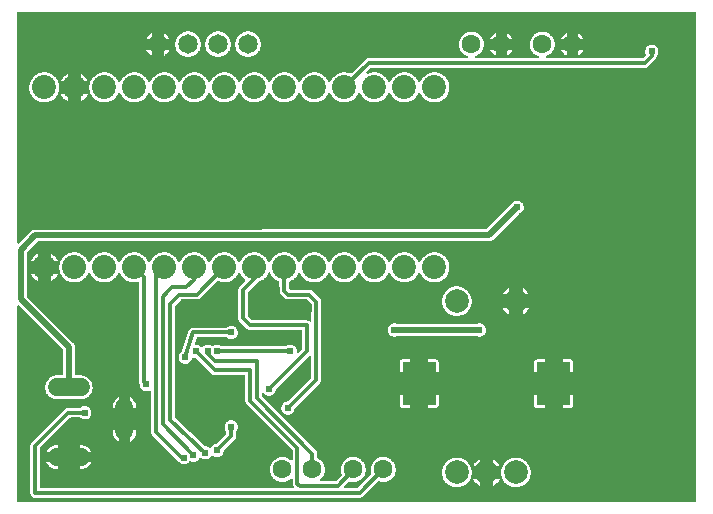
<source format=gbl>
G04 Layer: BottomLayer*
G04 EasyEDA v6.4.25, 2021-11-25T17:10:39+00:00*
G04 af4d78e2c0a6465aa0e43a92e4f8f8c3,fa2b77c0ec1047208735ea1b46d97466,10*
G04 Gerber Generator version 0.2*
G04 Scale: 100 percent, Rotated: No, Reflected: No *
G04 Dimensions in millimeters *
G04 leading zeros omitted , absolute positions ,4 integer and 5 decimal *
%FSLAX45Y45*%
%MOMM*%

%ADD12C,0.5000*%
%ADD13C,0.3000*%
%ADD14C,2.0000*%
%ADD17C,0.6096*%
%ADD28C,1.6000*%
%ADD29C,2.0320*%
%ADD30C,2.0300*%
%ADD32C,1.6500*%
%ADD33C,1.5000*%

%LPD*%
G36*
X35814Y25654D02*
G01*
X32969Y26060D01*
X30327Y27279D01*
X28143Y29159D01*
X26568Y31597D01*
X25755Y34391D01*
X25654Y1678178D01*
X26060Y1681022D01*
X27279Y1683664D01*
X29159Y1685848D01*
X31597Y1687423D01*
X34391Y1688236D01*
X37388Y1688236D01*
X40436Y1687220D01*
X41808Y1686407D01*
X412445Y1315770D01*
X413867Y1312926D01*
X414375Y1309776D01*
X414274Y1104392D01*
X413461Y1101598D01*
X411886Y1099210D01*
X409701Y1097280D01*
X407060Y1096111D01*
X404215Y1095705D01*
X365048Y1095705D01*
X355752Y1095248D01*
X351129Y1094740D01*
X341985Y1093012D01*
X333044Y1090472D01*
X324408Y1087120D01*
X316077Y1082954D01*
X308152Y1078077D01*
X300736Y1072438D01*
X293878Y1066190D01*
X287629Y1059332D01*
X281990Y1051915D01*
X277114Y1043990D01*
X274929Y1039876D01*
X271170Y1031392D01*
X268224Y1022553D01*
X266090Y1013510D01*
X264820Y1004316D01*
X264414Y995019D01*
X264820Y985723D01*
X266090Y976528D01*
X268224Y967486D01*
X271170Y958646D01*
X274929Y950163D01*
X279450Y942035D01*
X284734Y934364D01*
X290677Y927201D01*
X297230Y920648D01*
X304393Y914704D01*
X312064Y909472D01*
X320192Y904900D01*
X328676Y901192D01*
X333044Y899566D01*
X341985Y897026D01*
X351129Y895350D01*
X355752Y894791D01*
X365048Y894384D01*
X569620Y894486D01*
X578866Y895350D01*
X588010Y897026D01*
X596950Y899566D01*
X605637Y902969D01*
X609854Y904900D01*
X617931Y909472D01*
X625602Y914704D01*
X632764Y920648D01*
X639368Y927201D01*
X645312Y934364D01*
X650544Y942035D01*
X655066Y950163D01*
X658825Y958646D01*
X661771Y967486D01*
X663905Y976528D01*
X664667Y981100D01*
X665530Y990396D01*
X665530Y999693D01*
X664667Y1008938D01*
X662940Y1018082D01*
X660400Y1027023D01*
X657047Y1035659D01*
X652881Y1043990D01*
X648004Y1051915D01*
X642416Y1059332D01*
X636117Y1066190D01*
X629259Y1072438D01*
X621842Y1078077D01*
X613968Y1082954D01*
X605637Y1087120D01*
X596950Y1090472D01*
X588010Y1093012D01*
X578866Y1094740D01*
X569620Y1095552D01*
X524408Y1095806D01*
X521614Y1096619D01*
X519176Y1098143D01*
X517296Y1100328D01*
X516077Y1102969D01*
X515670Y1105865D01*
X515569Y1338275D01*
X514705Y1344879D01*
X512978Y1351280D01*
X510438Y1357376D01*
X508914Y1360322D01*
X505206Y1365808D01*
X503123Y1368399D01*
X112572Y1759204D01*
X111150Y1762048D01*
X110642Y1765198D01*
X110642Y2134819D01*
X111150Y2137968D01*
X112572Y2140762D01*
X199237Y2227427D01*
X202031Y2228850D01*
X205181Y2229358D01*
X4023309Y2229459D01*
X4026611Y2229764D01*
X4033113Y2231085D01*
X4039412Y2233218D01*
X4045356Y2236114D01*
X4050842Y2239822D01*
X4055821Y2244191D01*
X4277156Y2465527D01*
X4278782Y2466848D01*
X4283862Y2469184D01*
X4290060Y2472588D01*
X4295749Y2476754D01*
X4298391Y2479040D01*
X4300931Y2481580D01*
X4305401Y2487015D01*
X4309211Y2492959D01*
X4312208Y2499309D01*
X4314393Y2506014D01*
X4315714Y2512974D01*
X4316120Y2519984D01*
X4316018Y2523388D01*
X4315206Y2530144D01*
X4313580Y2536698D01*
X4312513Y2539898D01*
X4309719Y2546096D01*
X4306214Y2551887D01*
X4302048Y2557221D01*
X4297222Y2562047D01*
X4291888Y2566212D01*
X4286097Y2569718D01*
X4279900Y2572512D01*
X4273448Y2574493D01*
X4266793Y2575712D01*
X4260037Y2576118D01*
X4256481Y2576017D01*
X4249470Y2575153D01*
X4246016Y2574391D01*
X4239310Y2572207D01*
X4232960Y2569210D01*
X4227017Y2565400D01*
X4221581Y2560929D01*
X4219041Y2558389D01*
X4214571Y2552954D01*
X4210812Y2547010D01*
X4206849Y2538780D01*
X4205528Y2537155D01*
X4000804Y2332583D01*
X3997960Y2331161D01*
X3994810Y2330653D01*
X176682Y2330551D01*
X173380Y2330246D01*
X166878Y2328926D01*
X160629Y2326792D01*
X154686Y2323846D01*
X149148Y2320188D01*
X144170Y2315819D01*
X41808Y2213610D01*
X40436Y2212746D01*
X38963Y2212136D01*
X35814Y2211679D01*
X32969Y2212086D01*
X30327Y2213254D01*
X28143Y2215184D01*
X26568Y2217572D01*
X25755Y2220366D01*
X25654Y4164076D01*
X26060Y4166920D01*
X27279Y4169562D01*
X29159Y4171746D01*
X31597Y4173321D01*
X34391Y4174134D01*
X5764276Y4174236D01*
X5767120Y4173829D01*
X5769762Y4172610D01*
X5771946Y4170730D01*
X5773521Y4168292D01*
X5774334Y4165498D01*
X5774436Y35814D01*
X5774029Y32969D01*
X5772810Y30327D01*
X5770930Y28143D01*
X5768492Y26568D01*
X5765698Y25755D01*
G37*

%LPC*%
G36*
X1121867Y3947515D02*
G01*
X1171397Y3947515D01*
X1171397Y3996994D01*
X1163066Y3992473D01*
X1155141Y3987190D01*
X1147724Y3981246D01*
X1140866Y3974693D01*
X1134567Y3967530D01*
X1128979Y3959860D01*
X1124051Y3951732D01*
G37*
G36*
X1266596Y3947515D02*
G01*
X1316075Y3947515D01*
X1311554Y3955846D01*
X1306271Y3963771D01*
X1300327Y3971188D01*
X1293774Y3978046D01*
X1286611Y3984294D01*
X1278940Y3989933D01*
X1270812Y3994810D01*
X1266596Y3996994D01*
G37*
G36*
X4773269Y3946245D02*
G01*
X4821885Y3946245D01*
X4817414Y3954475D01*
X4812284Y3962247D01*
X4806442Y3969512D01*
X4799990Y3976268D01*
X4792980Y3982415D01*
X4785410Y3987901D01*
X4777435Y3992727D01*
X4773269Y3994861D01*
G37*
G36*
X3750056Y149301D02*
G01*
X3760165Y149707D01*
X3770223Y150926D01*
X3780129Y152958D01*
X3789883Y155752D01*
X3799332Y159359D01*
X3808476Y163728D01*
X3817264Y168757D01*
X3825595Y174498D01*
X3833418Y180949D01*
X3840734Y187960D01*
X3847439Y195529D01*
X3853484Y203606D01*
X3858920Y212191D01*
X3863594Y221132D01*
X3866540Y227329D01*
X3867607Y228752D01*
X3867759Y230530D01*
X3869944Y237388D01*
X3872788Y247904D01*
X3874668Y258673D01*
X3875582Y269494D01*
X3875735Y274980D01*
X3875227Y285851D01*
X3874668Y291287D01*
X3873855Y296672D01*
X3872788Y302006D01*
X3869944Y312521D01*
X3867759Y319379D01*
X3867607Y321208D01*
X3866540Y322580D01*
X3863594Y328777D01*
X3858920Y337769D01*
X3853484Y346303D01*
X3847439Y354380D01*
X3840734Y361950D01*
X3833418Y369011D01*
X3825595Y375412D01*
X3817264Y381152D01*
X3808476Y386232D01*
X3799332Y390550D01*
X3789883Y394157D01*
X3780129Y396951D01*
X3770223Y398983D01*
X3760165Y400202D01*
X3750056Y400608D01*
X3739946Y400202D01*
X3729888Y398983D01*
X3719982Y396951D01*
X3710279Y394157D01*
X3700830Y390550D01*
X3691686Y386232D01*
X3682898Y381152D01*
X3674567Y375412D01*
X3666744Y369011D01*
X3659428Y362000D01*
X3652723Y354431D01*
X3646627Y346354D01*
X3641242Y337769D01*
X3636518Y328828D01*
X3632555Y319532D01*
X3629355Y309930D01*
X3626967Y300075D01*
X3625342Y290118D01*
X3624529Y280009D01*
X3624529Y269900D01*
X3625342Y259791D01*
X3626967Y249834D01*
X3629355Y239979D01*
X3632555Y230378D01*
X3636518Y221081D01*
X3641242Y212140D01*
X3646627Y203555D01*
X3652723Y195478D01*
X3659428Y187909D01*
X3666744Y180898D01*
X3674567Y174498D01*
X3682898Y168757D01*
X3691686Y163677D01*
X3700830Y159359D01*
X3710279Y155752D01*
X3719982Y152958D01*
X3729888Y150926D01*
X3739946Y149707D01*
G37*
G36*
X4249928Y149301D02*
G01*
X4260037Y149707D01*
X4270095Y150926D01*
X4280001Y152958D01*
X4289704Y155752D01*
X4299204Y159359D01*
X4308348Y163677D01*
X4317085Y168757D01*
X4325416Y174498D01*
X4333240Y180898D01*
X4340555Y187909D01*
X4347260Y195478D01*
X4353356Y203555D01*
X4358741Y212140D01*
X4363466Y221081D01*
X4367428Y230378D01*
X4370628Y239979D01*
X4373067Y249834D01*
X4374692Y259791D01*
X4375505Y269900D01*
X4375505Y280009D01*
X4374692Y290118D01*
X4373067Y300075D01*
X4370628Y309930D01*
X4367428Y319532D01*
X4363466Y328828D01*
X4358741Y337769D01*
X4353356Y346354D01*
X4347260Y354431D01*
X4340555Y362000D01*
X4333240Y369011D01*
X4329430Y372313D01*
X4321302Y378358D01*
X4312767Y383794D01*
X4303826Y388467D01*
X4294479Y392430D01*
X4289704Y394157D01*
X4280001Y396951D01*
X4270095Y398983D01*
X4260037Y400202D01*
X4249928Y400608D01*
X4239818Y400202D01*
X4229760Y398983D01*
X4219854Y396951D01*
X4210151Y394157D01*
X4200652Y390550D01*
X4191508Y386232D01*
X4182770Y381152D01*
X4174439Y375412D01*
X4166565Y369011D01*
X4159300Y361950D01*
X4152595Y354380D01*
X4146499Y346303D01*
X4141114Y337769D01*
X4136390Y328777D01*
X4133494Y322580D01*
X4132376Y321157D01*
X4132224Y319379D01*
X4128515Y307289D01*
X4126179Y296672D01*
X4124756Y285851D01*
X4124299Y274980D01*
X4124401Y269494D01*
X4124756Y264058D01*
X4126179Y253288D01*
X4128515Y242620D01*
X4132224Y230530D01*
X4132376Y228701D01*
X4133494Y227329D01*
X4136390Y221132D01*
X4141114Y212191D01*
X4146499Y203606D01*
X4152595Y195529D01*
X4159300Y187960D01*
X4166565Y180949D01*
X4174439Y174498D01*
X4182770Y168757D01*
X4191508Y163728D01*
X4200652Y159359D01*
X4210151Y155752D01*
X4219854Y152958D01*
X4229760Y150926D01*
X4239818Y149707D01*
G37*
G36*
X3943654Y162661D02*
G01*
X3943654Y218592D01*
X3887673Y218592D01*
X3892905Y209245D01*
X3898900Y200355D01*
X3905656Y191973D01*
X3909263Y188010D01*
X3917035Y180594D01*
X3925366Y173888D01*
X3934256Y167843D01*
G37*
G36*
X4056329Y162661D02*
G01*
X4065727Y167843D01*
X4074617Y173888D01*
X4082999Y180594D01*
X4090720Y188010D01*
X4097832Y196088D01*
X4104182Y204724D01*
X4109821Y213867D01*
X4112310Y218592D01*
X4056329Y218592D01*
G37*
G36*
X4631994Y3946245D02*
G01*
X4680610Y3946245D01*
X4680610Y3994861D01*
X4672380Y3990390D01*
X4664608Y3985260D01*
X4657344Y3979418D01*
X4650587Y3972966D01*
X4644440Y3965956D01*
X4638954Y3958386D01*
X4634128Y3950411D01*
G37*
G36*
X4173321Y3946245D02*
G01*
X4221937Y3946245D01*
X4217466Y3954475D01*
X4212336Y3962247D01*
X4206494Y3969512D01*
X4200042Y3976268D01*
X4193032Y3982415D01*
X4185462Y3987901D01*
X4177487Y3992727D01*
X4173321Y3994861D01*
G37*
G36*
X4032046Y3946245D02*
G01*
X4080662Y3946245D01*
X4080662Y3994861D01*
X4072432Y3990390D01*
X4064660Y3985260D01*
X4057396Y3979418D01*
X4050639Y3972966D01*
X4044492Y3965956D01*
X4039006Y3958386D01*
X4034180Y3950411D01*
G37*
G36*
X4773269Y3804970D02*
G01*
X4781499Y3809441D01*
X4789271Y3814572D01*
X4796536Y3820414D01*
X4803292Y3826865D01*
X4809439Y3833876D01*
X4814925Y3841445D01*
X4819751Y3849420D01*
X4821885Y3853586D01*
X4773269Y3853586D01*
G37*
G36*
X558850Y304393D02*
G01*
X569671Y304495D01*
X579018Y305358D01*
X588213Y307086D01*
X597255Y309676D01*
X605993Y313131D01*
X614375Y317347D01*
X622350Y322326D01*
X629818Y328066D01*
X636676Y334416D01*
X642975Y341426D01*
X648563Y348945D01*
X653440Y357022D01*
X655574Y361188D01*
X558850Y361188D01*
G37*
G36*
X365048Y304393D02*
G01*
X371195Y304393D01*
X371195Y361188D01*
X274421Y361188D01*
X278942Y352907D01*
X281432Y348945D01*
X287020Y341426D01*
X293319Y334416D01*
X300177Y328066D01*
X307644Y322326D01*
X315620Y317347D01*
X324002Y313131D01*
X332740Y309676D01*
X341782Y307086D01*
X350977Y305358D01*
X360324Y304495D01*
G37*
G36*
X3887673Y331317D02*
G01*
X3943654Y331317D01*
X3943654Y387248D01*
X3934256Y382066D01*
X3925366Y376072D01*
X3917035Y369316D01*
X3909263Y361899D01*
X3902201Y353822D01*
X3898900Y349605D01*
X3892905Y340664D01*
G37*
G36*
X4056329Y331317D02*
G01*
X4112310Y331317D01*
X4109821Y336042D01*
X4104182Y345186D01*
X4097832Y353822D01*
X4090720Y361899D01*
X4082999Y369316D01*
X4074617Y376072D01*
X4065727Y382066D01*
X4056329Y387248D01*
G37*
G36*
X4080662Y3804970D02*
G01*
X4080662Y3853586D01*
X4032046Y3853586D01*
X4036517Y3845356D01*
X4041648Y3837584D01*
X4047490Y3830320D01*
X4053941Y3823563D01*
X4060951Y3817416D01*
X4068521Y3811930D01*
X4076496Y3807104D01*
G37*
G36*
X4173321Y3804970D02*
G01*
X4181551Y3809441D01*
X4189323Y3814572D01*
X4196588Y3820414D01*
X4203344Y3826865D01*
X4209491Y3833876D01*
X4214977Y3841445D01*
X4219803Y3849420D01*
X4221937Y3853586D01*
X4173321Y3853586D01*
G37*
G36*
X4680610Y3804970D02*
G01*
X4680610Y3853586D01*
X4631994Y3853586D01*
X4636465Y3845356D01*
X4641596Y3837584D01*
X4647438Y3830320D01*
X4653889Y3823563D01*
X4660900Y3817416D01*
X4668469Y3811930D01*
X4676444Y3807104D01*
G37*
G36*
X1171397Y3802786D02*
G01*
X1171397Y3852316D01*
X1121867Y3852316D01*
X1126439Y3843985D01*
X1131671Y3836060D01*
X1137615Y3828643D01*
X1144219Y3821785D01*
X1151382Y3815486D01*
X1159052Y3809898D01*
X1167180Y3804970D01*
G37*
G36*
X1266596Y3802786D02*
G01*
X1274927Y3807358D01*
X1282852Y3812590D01*
X1290269Y3818534D01*
X1297127Y3825138D01*
X1303375Y3832301D01*
X1309014Y3839972D01*
X1313891Y3848100D01*
X1316075Y3852316D01*
X1266596Y3852316D01*
G37*
G36*
X558850Y448868D02*
G01*
X655574Y448868D01*
X651103Y457149D01*
X645871Y464921D01*
X639927Y472185D01*
X633323Y478891D01*
X626160Y484936D01*
X618439Y490321D01*
X610260Y494893D01*
X601675Y498754D01*
X597255Y500380D01*
X588213Y502970D01*
X579018Y504698D01*
X569671Y505561D01*
X558850Y505663D01*
G37*
G36*
X274421Y448868D02*
G01*
X371195Y448868D01*
X371195Y505663D01*
X360324Y505561D01*
X350977Y504698D01*
X341782Y502970D01*
X332740Y500380D01*
X324002Y496925D01*
X315620Y492709D01*
X307644Y487730D01*
X300177Y481990D01*
X293319Y475640D01*
X287020Y468630D01*
X281432Y461111D01*
X276606Y453034D01*
G37*
G36*
X1472996Y3792016D02*
G01*
X1482394Y3792423D01*
X1491742Y3793642D01*
X1500987Y3795674D01*
X1509979Y3798519D01*
X1518716Y3802126D01*
X1527048Y3806494D01*
X1535023Y3811574D01*
X1542491Y3817315D01*
X1549450Y3823665D01*
X1555851Y3830624D01*
X1561592Y3838143D01*
X1566672Y3846068D01*
X1570990Y3854450D01*
X1572920Y3858768D01*
X1576120Y3867658D01*
X1578559Y3876751D01*
X1580235Y3886047D01*
X1581048Y3895445D01*
X1581048Y3904894D01*
X1580235Y3914292D01*
X1578559Y3923588D01*
X1576120Y3932682D01*
X1572920Y3941521D01*
X1568907Y3950106D01*
X1564182Y3958285D01*
X1558798Y3966006D01*
X1552702Y3973220D01*
X1546047Y3979875D01*
X1538833Y3985971D01*
X1531112Y3991356D01*
X1522933Y3996080D01*
X1514348Y4000093D01*
X1505508Y4003294D01*
X1496415Y4005732D01*
X1487119Y4007408D01*
X1477721Y4008221D01*
X1468272Y4008221D01*
X1458874Y4007408D01*
X1449578Y4005732D01*
X1440484Y4003294D01*
X1431594Y4000093D01*
X1423060Y3996080D01*
X1418894Y3993845D01*
X1410970Y3988765D01*
X1403451Y3983024D01*
X1396492Y3976624D01*
X1390142Y3969664D01*
X1384401Y3962196D01*
X1379321Y3954221D01*
X1374952Y3945890D01*
X1371346Y3937152D01*
X1368501Y3928160D01*
X1366469Y3918915D01*
X1365250Y3909568D01*
X1364843Y3900170D01*
X1365250Y3890721D01*
X1366469Y3881374D01*
X1368501Y3872179D01*
X1371346Y3863187D01*
X1374952Y3854450D01*
X1379321Y3846068D01*
X1384401Y3838143D01*
X1390142Y3830624D01*
X1396492Y3823665D01*
X1403451Y3817315D01*
X1410970Y3811574D01*
X1418894Y3806494D01*
X1427276Y3802126D01*
X1436014Y3798519D01*
X1445006Y3795674D01*
X1454200Y3793642D01*
X1463548Y3792423D01*
G37*
G36*
X978865Y534416D02*
G01*
X987145Y538937D01*
X991108Y541426D01*
X998626Y547014D01*
X1005636Y553313D01*
X1011986Y560171D01*
X1017727Y567639D01*
X1022705Y575614D01*
X1026921Y583996D01*
X1030376Y592734D01*
X1032967Y601776D01*
X1034694Y610971D01*
X1035558Y620318D01*
X1035659Y631139D01*
X978865Y631139D01*
G37*
G36*
X891184Y534416D02*
G01*
X891184Y631139D01*
X834390Y631139D01*
X834491Y620318D01*
X835355Y610971D01*
X837082Y601776D01*
X839673Y592734D01*
X843127Y583996D01*
X847344Y575614D01*
X852322Y567639D01*
X858062Y560171D01*
X864412Y553313D01*
X871423Y547014D01*
X878941Y541426D01*
X887018Y536600D01*
G37*
G36*
X1726996Y3792016D02*
G01*
X1736394Y3792423D01*
X1745742Y3793642D01*
X1754987Y3795674D01*
X1763979Y3798519D01*
X1772716Y3802126D01*
X1781048Y3806494D01*
X1789023Y3811574D01*
X1796491Y3817315D01*
X1803450Y3823665D01*
X1809851Y3830624D01*
X1815592Y3838143D01*
X1820672Y3846068D01*
X1824989Y3854450D01*
X1826920Y3858768D01*
X1830120Y3867658D01*
X1832559Y3876751D01*
X1834235Y3886047D01*
X1835048Y3895445D01*
X1835048Y3904894D01*
X1834235Y3914292D01*
X1832559Y3923588D01*
X1830120Y3932682D01*
X1826920Y3941521D01*
X1822907Y3950106D01*
X1818182Y3958285D01*
X1812798Y3966006D01*
X1806702Y3973220D01*
X1800047Y3979875D01*
X1792833Y3985971D01*
X1785112Y3991356D01*
X1776933Y3996080D01*
X1768348Y4000093D01*
X1759508Y4003294D01*
X1750415Y4005732D01*
X1741119Y4007408D01*
X1731721Y4008221D01*
X1722272Y4008221D01*
X1712874Y4007408D01*
X1703578Y4005732D01*
X1694484Y4003294D01*
X1685594Y4000093D01*
X1677060Y3996080D01*
X1672894Y3993845D01*
X1664970Y3988765D01*
X1657451Y3983024D01*
X1650492Y3976624D01*
X1644142Y3969664D01*
X1638401Y3962196D01*
X1633321Y3954221D01*
X1628952Y3945890D01*
X1625346Y3937152D01*
X1622501Y3928160D01*
X1620469Y3918915D01*
X1619250Y3909568D01*
X1618843Y3900170D01*
X1619250Y3890721D01*
X1620469Y3881374D01*
X1622501Y3872179D01*
X1625346Y3863187D01*
X1628952Y3854450D01*
X1633321Y3846068D01*
X1638401Y3838143D01*
X1644142Y3830624D01*
X1650492Y3823665D01*
X1657451Y3817315D01*
X1664970Y3811574D01*
X1672894Y3806494D01*
X1681276Y3802126D01*
X1690014Y3798519D01*
X1699006Y3795674D01*
X1708200Y3793642D01*
X1717548Y3792423D01*
G37*
G36*
X1980996Y3792016D02*
G01*
X1990394Y3792423D01*
X1999742Y3793642D01*
X2008987Y3795674D01*
X2017979Y3798519D01*
X2026716Y3802126D01*
X2035048Y3806494D01*
X2043023Y3811574D01*
X2050491Y3817315D01*
X2057450Y3823665D01*
X2063851Y3830624D01*
X2069592Y3838143D01*
X2074672Y3846068D01*
X2078989Y3854450D01*
X2080920Y3858768D01*
X2084120Y3867658D01*
X2086559Y3876751D01*
X2088235Y3886047D01*
X2089048Y3895445D01*
X2089048Y3904894D01*
X2088235Y3914292D01*
X2086559Y3923588D01*
X2084120Y3932682D01*
X2080920Y3941521D01*
X2076907Y3950106D01*
X2072182Y3958285D01*
X2066798Y3966006D01*
X2060702Y3973220D01*
X2054047Y3979875D01*
X2046833Y3985971D01*
X2039112Y3991356D01*
X2030933Y3996080D01*
X2022348Y4000093D01*
X2013508Y4003294D01*
X2004415Y4005732D01*
X1995119Y4007408D01*
X1985721Y4008221D01*
X1976272Y4008221D01*
X1966874Y4007408D01*
X1957578Y4005732D01*
X1948484Y4003294D01*
X1939594Y4000093D01*
X1931060Y3996080D01*
X1926894Y3993845D01*
X1918970Y3988765D01*
X1911451Y3983024D01*
X1904492Y3976624D01*
X1898142Y3969664D01*
X1892401Y3962196D01*
X1887321Y3954221D01*
X1882952Y3945890D01*
X1879346Y3937152D01*
X1876501Y3928160D01*
X1874469Y3918915D01*
X1873250Y3909568D01*
X1872843Y3900170D01*
X1873250Y3890721D01*
X1874469Y3881374D01*
X1876501Y3872179D01*
X1879346Y3863187D01*
X1882952Y3854450D01*
X1887321Y3846068D01*
X1892401Y3838143D01*
X1898142Y3830624D01*
X1904492Y3823665D01*
X1911451Y3817315D01*
X1918970Y3811574D01*
X1926894Y3806494D01*
X1935276Y3802126D01*
X1944014Y3798519D01*
X1953006Y3795674D01*
X1962200Y3793642D01*
X1971548Y3792423D01*
G37*
G36*
X834390Y818845D02*
G01*
X891184Y818845D01*
X891184Y915568D01*
X882903Y911047D01*
X878941Y908558D01*
X871423Y902969D01*
X864412Y896670D01*
X858062Y889812D01*
X852322Y882345D01*
X847344Y874369D01*
X843127Y865987D01*
X839673Y857250D01*
X837082Y848207D01*
X835355Y839012D01*
X834491Y829665D01*
G37*
G36*
X978865Y818845D02*
G01*
X1035659Y818845D01*
X1035558Y829665D01*
X1034694Y839012D01*
X1032967Y848207D01*
X1030376Y857250D01*
X1026921Y865987D01*
X1022705Y874369D01*
X1017727Y882345D01*
X1011986Y889812D01*
X1005636Y896670D01*
X998626Y902969D01*
X991108Y908558D01*
X983030Y913384D01*
X978865Y915568D01*
G37*
G36*
X4430014Y819048D02*
G01*
X4493666Y819048D01*
X4493666Y928369D01*
X4404360Y928369D01*
X4404461Y842314D01*
X4405325Y837641D01*
X4407052Y833221D01*
X4409541Y829208D01*
X4412742Y825703D01*
X4416501Y822858D01*
X4418584Y821690D01*
X4423003Y820013D01*
X4425289Y819454D01*
G37*
G36*
X4646320Y819048D02*
G01*
X4712309Y819150D01*
X4714646Y819454D01*
X4719218Y820775D01*
X4723434Y822858D01*
X4727194Y825703D01*
X4730394Y829208D01*
X4732883Y833221D01*
X4734610Y837641D01*
X4735474Y842314D01*
X4735576Y928369D01*
X4646320Y928369D01*
G37*
G36*
X3290214Y819150D02*
G01*
X3353815Y819150D01*
X3353815Y928522D01*
X3264560Y928522D01*
X3264662Y842416D01*
X3264966Y840079D01*
X3266287Y835558D01*
X3268370Y831291D01*
X3271215Y827532D01*
X3274720Y824331D01*
X3278784Y821842D01*
X3283153Y820115D01*
X3287826Y819251D01*
G37*
G36*
X3506470Y819150D02*
G01*
X3572459Y819251D01*
X3577132Y820115D01*
X3581552Y821842D01*
X3585565Y824331D01*
X3589070Y827532D01*
X3591915Y831291D01*
X3594049Y835558D01*
X3595319Y840079D01*
X3595776Y844803D01*
X3595776Y928522D01*
X3506470Y928522D01*
G37*
G36*
X568147Y3592017D02*
G01*
X624636Y3592017D01*
X622147Y3596792D01*
X616458Y3606037D01*
X610006Y3614775D01*
X602843Y3622903D01*
X595020Y3630371D01*
X590905Y3633876D01*
X582168Y3640328D01*
X572922Y3646017D01*
X568147Y3648506D01*
G37*
G36*
X397459Y3592017D02*
G01*
X453948Y3592017D01*
X453948Y3648506D01*
X449173Y3646017D01*
X439928Y3640328D01*
X431190Y3633876D01*
X423062Y3626713D01*
X415594Y3618890D01*
X412089Y3614775D01*
X405638Y3606037D01*
X399948Y3596792D01*
G37*
G36*
X453948Y3421329D02*
G01*
X453948Y3477818D01*
X397459Y3477818D01*
X399948Y3473043D01*
X405638Y3463798D01*
X412089Y3455060D01*
X419252Y3446932D01*
X427075Y3439464D01*
X431190Y3435959D01*
X439928Y3429508D01*
X449173Y3423818D01*
G37*
G36*
X568147Y3421329D02*
G01*
X572922Y3423818D01*
X582168Y3429508D01*
X590905Y3435959D01*
X599033Y3443122D01*
X606501Y3450945D01*
X610006Y3455060D01*
X616458Y3463798D01*
X622147Y3473043D01*
X624636Y3477818D01*
X568147Y3477818D01*
G37*
G36*
X4646320Y1121156D02*
G01*
X4735576Y1121156D01*
X4735474Y1207211D01*
X4734610Y1211884D01*
X4732883Y1216304D01*
X4730394Y1220317D01*
X4727194Y1223822D01*
X4723434Y1226667D01*
X4719218Y1228750D01*
X4714646Y1230071D01*
X4709922Y1230528D01*
X4646320Y1230528D01*
G37*
G36*
X4404360Y1121156D02*
G01*
X4493666Y1121156D01*
X4493666Y1230528D01*
X4430014Y1230528D01*
X4425289Y1230071D01*
X4420768Y1228750D01*
X4418584Y1227836D01*
X4414570Y1225346D01*
X4411065Y1222146D01*
X4408220Y1218336D01*
X4406087Y1214120D01*
X4405325Y1211884D01*
X4404461Y1207211D01*
G37*
G36*
X3506470Y1121308D02*
G01*
X3595776Y1121308D01*
X3595776Y1204976D01*
X3595319Y1209700D01*
X3594049Y1214221D01*
X3591915Y1218488D01*
X3589070Y1222248D01*
X3585565Y1225448D01*
X3581552Y1227937D01*
X3577132Y1229664D01*
X3572459Y1230528D01*
X3506470Y1230630D01*
G37*
G36*
X3264560Y1121308D02*
G01*
X3353815Y1121308D01*
X3353815Y1230630D01*
X3287826Y1230528D01*
X3283153Y1229664D01*
X3278784Y1227937D01*
X3274720Y1225448D01*
X3271215Y1222248D01*
X3268370Y1218488D01*
X3266287Y1214221D01*
X3264966Y1209700D01*
X3264560Y1204976D01*
G37*
G36*
X765048Y3407765D02*
G01*
X775411Y3408172D01*
X785672Y3409442D01*
X795782Y3411524D01*
X805738Y3414471D01*
X810615Y3416198D01*
X820115Y3420313D01*
X829259Y3425190D01*
X837946Y3430727D01*
X846175Y3437026D01*
X853897Y3443935D01*
X861009Y3451504D01*
X867460Y3459581D01*
X873252Y3468166D01*
X878332Y3477158D01*
X882650Y3486556D01*
X884174Y3489147D01*
X886409Y3491128D01*
X889101Y3492449D01*
X892048Y3492855D01*
X894994Y3492449D01*
X897686Y3491128D01*
X899921Y3489147D01*
X901446Y3486556D01*
X905764Y3477158D01*
X910844Y3468166D01*
X916635Y3459581D01*
X923086Y3451504D01*
X930198Y3443935D01*
X937920Y3437026D01*
X946150Y3430727D01*
X954836Y3425190D01*
X963980Y3420313D01*
X973480Y3416198D01*
X983284Y3412896D01*
X993343Y3410407D01*
X998423Y3409442D01*
X1008684Y3408172D01*
X1019048Y3407765D01*
X1029411Y3408172D01*
X1039672Y3409442D01*
X1049782Y3411524D01*
X1059738Y3414471D01*
X1064615Y3416198D01*
X1074115Y3420313D01*
X1083259Y3425190D01*
X1091946Y3430727D01*
X1100175Y3437026D01*
X1107897Y3443935D01*
X1115009Y3451504D01*
X1121460Y3459581D01*
X1127252Y3468166D01*
X1132332Y3477158D01*
X1136650Y3486556D01*
X1138174Y3489147D01*
X1140409Y3491128D01*
X1143101Y3492449D01*
X1146048Y3492855D01*
X1148994Y3492449D01*
X1151686Y3491128D01*
X1153922Y3489147D01*
X1155446Y3486556D01*
X1159764Y3477158D01*
X1164844Y3468166D01*
X1170635Y3459581D01*
X1177086Y3451504D01*
X1184198Y3443935D01*
X1191920Y3437026D01*
X1200150Y3430727D01*
X1208836Y3425190D01*
X1217980Y3420313D01*
X1227480Y3416198D01*
X1237284Y3412896D01*
X1247343Y3410407D01*
X1252423Y3409442D01*
X1262684Y3408172D01*
X1273048Y3407765D01*
X1283411Y3408172D01*
X1293672Y3409442D01*
X1303782Y3411524D01*
X1313738Y3414471D01*
X1318615Y3416198D01*
X1328115Y3420313D01*
X1337259Y3425190D01*
X1345946Y3430727D01*
X1354175Y3437026D01*
X1361897Y3443935D01*
X1369009Y3451504D01*
X1375460Y3459581D01*
X1381252Y3468166D01*
X1386332Y3477158D01*
X1390650Y3486556D01*
X1392174Y3489147D01*
X1394409Y3491128D01*
X1397101Y3492449D01*
X1400048Y3492855D01*
X1402994Y3492449D01*
X1405686Y3491128D01*
X1407922Y3489147D01*
X1409446Y3486556D01*
X1413764Y3477158D01*
X1418844Y3468166D01*
X1424635Y3459581D01*
X1431086Y3451504D01*
X1438198Y3443935D01*
X1445920Y3437026D01*
X1454150Y3430727D01*
X1462836Y3425190D01*
X1471980Y3420313D01*
X1481480Y3416198D01*
X1491284Y3412896D01*
X1501343Y3410407D01*
X1506423Y3409442D01*
X1516684Y3408172D01*
X1527048Y3407765D01*
X1537411Y3408172D01*
X1547672Y3409442D01*
X1557782Y3411524D01*
X1567738Y3414471D01*
X1572615Y3416198D01*
X1582115Y3420313D01*
X1591259Y3425190D01*
X1599946Y3430727D01*
X1608175Y3437026D01*
X1615897Y3443935D01*
X1623009Y3451504D01*
X1629460Y3459581D01*
X1635251Y3468166D01*
X1640332Y3477158D01*
X1644650Y3486556D01*
X1646174Y3489147D01*
X1648409Y3491128D01*
X1651101Y3492449D01*
X1654048Y3492855D01*
X1656994Y3492449D01*
X1659686Y3491128D01*
X1661922Y3489147D01*
X1663446Y3486556D01*
X1667764Y3477158D01*
X1672843Y3468166D01*
X1678635Y3459581D01*
X1685086Y3451504D01*
X1692198Y3443935D01*
X1699920Y3437026D01*
X1708150Y3430727D01*
X1716836Y3425190D01*
X1725980Y3420313D01*
X1735480Y3416198D01*
X1745284Y3412896D01*
X1755343Y3410407D01*
X1760423Y3409442D01*
X1770684Y3408172D01*
X1781048Y3407765D01*
X1791411Y3408172D01*
X1801672Y3409442D01*
X1811782Y3411524D01*
X1821738Y3414471D01*
X1826615Y3416198D01*
X1836115Y3420313D01*
X1845259Y3425190D01*
X1853946Y3430727D01*
X1862175Y3437026D01*
X1869897Y3443935D01*
X1877009Y3451504D01*
X1883460Y3459581D01*
X1889252Y3468166D01*
X1894332Y3477158D01*
X1898650Y3486556D01*
X1900174Y3489147D01*
X1902409Y3491128D01*
X1905101Y3492449D01*
X1908048Y3492855D01*
X1910994Y3492449D01*
X1913686Y3491128D01*
X1915922Y3489147D01*
X1917446Y3486556D01*
X1921764Y3477158D01*
X1926843Y3468166D01*
X1932635Y3459581D01*
X1939086Y3451504D01*
X1946198Y3443935D01*
X1953920Y3437026D01*
X1962150Y3430727D01*
X1970836Y3425190D01*
X1979980Y3420313D01*
X1989480Y3416198D01*
X1999284Y3412896D01*
X2009343Y3410407D01*
X2014423Y3409442D01*
X2024684Y3408172D01*
X2035048Y3407765D01*
X2045411Y3408172D01*
X2055672Y3409442D01*
X2065782Y3411524D01*
X2075738Y3414471D01*
X2080615Y3416198D01*
X2090115Y3420313D01*
X2099259Y3425190D01*
X2107946Y3430727D01*
X2116175Y3437026D01*
X2123897Y3443935D01*
X2131009Y3451504D01*
X2137460Y3459581D01*
X2143252Y3468166D01*
X2148332Y3477158D01*
X2152650Y3486556D01*
X2154174Y3489147D01*
X2156409Y3491128D01*
X2159101Y3492449D01*
X2162048Y3492855D01*
X2164994Y3492449D01*
X2167686Y3491128D01*
X2169922Y3489147D01*
X2171446Y3486556D01*
X2175764Y3477158D01*
X2180844Y3468166D01*
X2186635Y3459581D01*
X2193086Y3451504D01*
X2200198Y3443935D01*
X2207920Y3437026D01*
X2216150Y3430727D01*
X2224836Y3425190D01*
X2233980Y3420313D01*
X2243480Y3416198D01*
X2253284Y3412896D01*
X2263343Y3410407D01*
X2268423Y3409442D01*
X2278684Y3408172D01*
X2289048Y3407765D01*
X2299411Y3408172D01*
X2309672Y3409442D01*
X2319782Y3411524D01*
X2329738Y3414471D01*
X2334615Y3416198D01*
X2344115Y3420313D01*
X2353259Y3425190D01*
X2361946Y3430727D01*
X2370175Y3437026D01*
X2377897Y3443935D01*
X2385009Y3451504D01*
X2391460Y3459581D01*
X2397252Y3468166D01*
X2402332Y3477158D01*
X2406650Y3486556D01*
X2408174Y3489147D01*
X2410409Y3491128D01*
X2413101Y3492449D01*
X2416048Y3492855D01*
X2418994Y3492449D01*
X2421686Y3491128D01*
X2423922Y3489147D01*
X2425446Y3486556D01*
X2429764Y3477158D01*
X2434844Y3468166D01*
X2440635Y3459581D01*
X2447086Y3451504D01*
X2454198Y3443935D01*
X2461920Y3437026D01*
X2470150Y3430727D01*
X2478836Y3425190D01*
X2487980Y3420313D01*
X2497480Y3416198D01*
X2507284Y3412896D01*
X2517343Y3410407D01*
X2522423Y3409442D01*
X2532684Y3408172D01*
X2543048Y3407765D01*
X2553411Y3408172D01*
X2563672Y3409442D01*
X2573782Y3411524D01*
X2583738Y3414471D01*
X2588615Y3416198D01*
X2598115Y3420313D01*
X2607259Y3425190D01*
X2615946Y3430727D01*
X2624175Y3437026D01*
X2631897Y3443935D01*
X2639009Y3451504D01*
X2645460Y3459581D01*
X2651252Y3468166D01*
X2656332Y3477158D01*
X2660650Y3486556D01*
X2662174Y3489147D01*
X2664409Y3491128D01*
X2667101Y3492449D01*
X2670048Y3492855D01*
X2672994Y3492449D01*
X2675686Y3491128D01*
X2677922Y3489147D01*
X2679446Y3486556D01*
X2683764Y3477158D01*
X2688844Y3468166D01*
X2694635Y3459581D01*
X2701086Y3451504D01*
X2708198Y3443935D01*
X2715920Y3437026D01*
X2724150Y3430727D01*
X2732836Y3425190D01*
X2741980Y3420313D01*
X2751480Y3416198D01*
X2761284Y3412896D01*
X2771343Y3410407D01*
X2776423Y3409442D01*
X2786684Y3408172D01*
X2797048Y3407765D01*
X2807411Y3408172D01*
X2817672Y3409442D01*
X2827782Y3411524D01*
X2837738Y3414471D01*
X2842615Y3416198D01*
X2852115Y3420313D01*
X2861259Y3425190D01*
X2869946Y3430727D01*
X2878175Y3437026D01*
X2885897Y3443935D01*
X2893009Y3451504D01*
X2899460Y3459581D01*
X2905252Y3468166D01*
X2910332Y3477158D01*
X2914650Y3486556D01*
X2916174Y3489147D01*
X2918409Y3491128D01*
X2921101Y3492449D01*
X2924048Y3492855D01*
X2926994Y3492449D01*
X2929686Y3491128D01*
X2931922Y3489147D01*
X2933446Y3486556D01*
X2937764Y3477158D01*
X2942844Y3468166D01*
X2948635Y3459581D01*
X2955086Y3451504D01*
X2962198Y3443935D01*
X2969920Y3437026D01*
X2978150Y3430727D01*
X2986836Y3425190D01*
X2995980Y3420313D01*
X3005480Y3416198D01*
X3015284Y3412896D01*
X3025343Y3410407D01*
X3030423Y3409442D01*
X3040684Y3408172D01*
X3051048Y3407765D01*
X3061411Y3408172D01*
X3071672Y3409442D01*
X3081782Y3411524D01*
X3091738Y3414471D01*
X3096615Y3416198D01*
X3106115Y3420313D01*
X3115259Y3425190D01*
X3123946Y3430727D01*
X3132175Y3437026D01*
X3139897Y3443935D01*
X3147009Y3451504D01*
X3153460Y3459581D01*
X3159252Y3468166D01*
X3164332Y3477158D01*
X3168650Y3486556D01*
X3170174Y3489147D01*
X3172409Y3491128D01*
X3175101Y3492449D01*
X3178048Y3492855D01*
X3180994Y3492449D01*
X3183686Y3491128D01*
X3185922Y3489147D01*
X3187446Y3486556D01*
X3191764Y3477158D01*
X3196844Y3468166D01*
X3202635Y3459581D01*
X3209086Y3451504D01*
X3216198Y3443935D01*
X3223920Y3437026D01*
X3232150Y3430727D01*
X3240836Y3425190D01*
X3249980Y3420313D01*
X3259480Y3416198D01*
X3269284Y3412896D01*
X3279343Y3410407D01*
X3284423Y3409442D01*
X3294684Y3408172D01*
X3305048Y3407765D01*
X3315411Y3408172D01*
X3325672Y3409442D01*
X3335782Y3411524D01*
X3345738Y3414471D01*
X3350615Y3416198D01*
X3360115Y3420313D01*
X3369259Y3425190D01*
X3377946Y3430727D01*
X3386175Y3437026D01*
X3393897Y3443935D01*
X3401009Y3451504D01*
X3407460Y3459581D01*
X3413251Y3468166D01*
X3418332Y3477158D01*
X3422650Y3486556D01*
X3424174Y3489147D01*
X3426409Y3491128D01*
X3429101Y3492449D01*
X3432048Y3492855D01*
X3434994Y3492449D01*
X3437686Y3491128D01*
X3439922Y3489147D01*
X3441446Y3486556D01*
X3445764Y3477158D01*
X3450844Y3468166D01*
X3456635Y3459581D01*
X3463086Y3451504D01*
X3470198Y3443935D01*
X3477920Y3437026D01*
X3486150Y3430727D01*
X3494836Y3425190D01*
X3503980Y3420313D01*
X3513480Y3416198D01*
X3523284Y3412896D01*
X3533343Y3410407D01*
X3538423Y3409442D01*
X3548684Y3408172D01*
X3559048Y3407765D01*
X3569258Y3408172D01*
X3579469Y3409391D01*
X3589477Y3411474D01*
X3599332Y3414318D01*
X3608882Y3417925D01*
X3618128Y3422345D01*
X3627018Y3427425D01*
X3635451Y3433267D01*
X3643376Y3439718D01*
X3650742Y3446830D01*
X3657549Y3454501D01*
X3663696Y3462680D01*
X3669182Y3471367D01*
X3673906Y3480409D01*
X3677920Y3489807D01*
X3681171Y3499561D01*
X3683609Y3509467D01*
X3684574Y3514496D01*
X3685794Y3524707D01*
X3686200Y3534918D01*
X3685794Y3545128D01*
X3684574Y3555339D01*
X3682492Y3565347D01*
X3679647Y3575202D01*
X3676040Y3584752D01*
X3671620Y3593998D01*
X3666540Y3602888D01*
X3660698Y3611321D01*
X3654247Y3619246D01*
X3647135Y3626612D01*
X3639464Y3633419D01*
X3631285Y3639565D01*
X3622598Y3645052D01*
X3613556Y3649776D01*
X3604158Y3653790D01*
X3594404Y3657041D01*
X3584498Y3659479D01*
X3579469Y3660444D01*
X3569258Y3661664D01*
X3559048Y3662070D01*
X3548684Y3661664D01*
X3538423Y3660394D01*
X3528314Y3658311D01*
X3518357Y3655364D01*
X3513480Y3653637D01*
X3503980Y3649522D01*
X3494836Y3644646D01*
X3486150Y3639108D01*
X3477920Y3632809D01*
X3470198Y3625900D01*
X3463086Y3618331D01*
X3456635Y3610254D01*
X3450844Y3601669D01*
X3445764Y3592677D01*
X3441446Y3583279D01*
X3439922Y3580688D01*
X3437686Y3578707D01*
X3434994Y3577386D01*
X3432048Y3576980D01*
X3429101Y3577386D01*
X3426409Y3578707D01*
X3424174Y3580688D01*
X3422650Y3583279D01*
X3418332Y3592677D01*
X3413251Y3601669D01*
X3407460Y3610254D01*
X3401009Y3618331D01*
X3393897Y3625900D01*
X3386175Y3632809D01*
X3377946Y3639108D01*
X3369259Y3644646D01*
X3360115Y3649522D01*
X3350615Y3653637D01*
X3340811Y3656939D01*
X3330752Y3659428D01*
X3325672Y3660394D01*
X3315411Y3661664D01*
X3305048Y3662070D01*
X3294684Y3661664D01*
X3284423Y3660394D01*
X3274314Y3658311D01*
X3264357Y3655364D01*
X3259480Y3653637D01*
X3249980Y3649522D01*
X3240836Y3644646D01*
X3232150Y3639108D01*
X3223920Y3632809D01*
X3216198Y3625900D01*
X3209086Y3618331D01*
X3202635Y3610254D01*
X3196844Y3601669D01*
X3191764Y3592677D01*
X3187446Y3583279D01*
X3185922Y3580688D01*
X3183686Y3578707D01*
X3180994Y3577386D01*
X3178048Y3576980D01*
X3175101Y3577386D01*
X3172409Y3578707D01*
X3170174Y3580688D01*
X3168650Y3583279D01*
X3164332Y3592677D01*
X3159252Y3601669D01*
X3153460Y3610254D01*
X3147009Y3618331D01*
X3139897Y3625900D01*
X3132175Y3632809D01*
X3123946Y3639108D01*
X3115259Y3644646D01*
X3106115Y3649522D01*
X3096615Y3653637D01*
X3086811Y3656939D01*
X3076752Y3659428D01*
X3071672Y3660394D01*
X3061411Y3661664D01*
X3051048Y3662070D01*
X3040024Y3661613D01*
X3029102Y3660190D01*
X3023717Y3659124D01*
X3013100Y3656279D01*
X3002737Y3652520D01*
X2996285Y3649827D01*
X2994863Y3649472D01*
X2991967Y3649472D01*
X2989173Y3650284D01*
X2986735Y3651859D01*
X2984855Y3654044D01*
X2983687Y3656685D01*
X2983230Y3659530D01*
X2983738Y3662679D01*
X2984347Y3664153D01*
X2986227Y3666744D01*
X3017062Y3697427D01*
X3019907Y3698849D01*
X3023057Y3699357D01*
X5342890Y3699459D01*
X5348630Y3700272D01*
X5354218Y3701897D01*
X5359501Y3704336D01*
X5364378Y3707434D01*
X5368747Y3711244D01*
X5430774Y3773424D01*
X5434330Y3778250D01*
X5437174Y3783482D01*
X5439156Y3789070D01*
X5439867Y3791965D01*
X5440832Y3799484D01*
X5441289Y3801059D01*
X5442966Y3803853D01*
X5447233Y3809593D01*
X5450687Y3815842D01*
X5453329Y3822446D01*
X5455107Y3829354D01*
X5455716Y3832860D01*
X5456174Y3839972D01*
X5455716Y3846779D01*
X5454497Y3853434D01*
X5452516Y3859885D01*
X5449722Y3866083D01*
X5446217Y3871874D01*
X5442051Y3877208D01*
X5437225Y3882034D01*
X5431891Y3886200D01*
X5426100Y3889705D01*
X5419902Y3892499D01*
X5413451Y3894480D01*
X5406796Y3895699D01*
X5400040Y3896106D01*
X5393232Y3895699D01*
X5386578Y3894480D01*
X5380126Y3892499D01*
X5373928Y3889705D01*
X5368137Y3886200D01*
X5362803Y3882034D01*
X5357977Y3877208D01*
X5353812Y3871874D01*
X5350306Y3866083D01*
X5347512Y3859885D01*
X5345531Y3853434D01*
X5344312Y3846779D01*
X5343906Y3839972D01*
X5344312Y3832961D01*
X5345633Y3826103D01*
X5346598Y3822700D01*
X5349189Y3816146D01*
X5350052Y3813352D01*
X5350002Y3810254D01*
X5349646Y3808729D01*
X5348224Y3805885D01*
X5326126Y3783634D01*
X5323586Y3781755D01*
X5322112Y3781145D01*
X5318963Y3780637D01*
X4510328Y3780739D01*
X4507585Y3781551D01*
X4505147Y3783126D01*
X4503267Y3785311D01*
X4502048Y3787952D01*
X4501642Y3790797D01*
X4501743Y3792372D01*
X4502099Y3793896D01*
X4503470Y3796690D01*
X4505655Y3798925D01*
X4508398Y3800398D01*
X4516983Y3803853D01*
X4525213Y3808120D01*
X4533087Y3813048D01*
X4540453Y3818636D01*
X4547311Y3824884D01*
X4553610Y3831691D01*
X4559300Y3839006D01*
X4564278Y3846829D01*
X4568596Y3855008D01*
X4572152Y3863594D01*
X4574946Y3872433D01*
X4576978Y3881475D01*
X4578197Y3890670D01*
X4578604Y3899915D01*
X4578146Y3909364D01*
X4577638Y3914089D01*
X4575962Y3923436D01*
X4573422Y3932580D01*
X4570069Y3941419D01*
X4565954Y3950004D01*
X4561128Y3958132D01*
X4555540Y3965803D01*
X4549292Y3972915D01*
X4542434Y3979468D01*
X4535017Y3985412D01*
X4527143Y3990594D01*
X4518761Y3995115D01*
X4510074Y3998823D01*
X4501032Y4001770D01*
X4496460Y4002938D01*
X4487113Y4004614D01*
X4477664Y4005478D01*
X4468215Y4005478D01*
X4458766Y4004614D01*
X4449419Y4002938D01*
X4440275Y4000398D01*
X4431436Y3997045D01*
X4422851Y3992930D01*
X4414723Y3988104D01*
X4407052Y3982516D01*
X4399940Y3976268D01*
X4393387Y3969410D01*
X4387443Y3961993D01*
X4382262Y3954119D01*
X4377740Y3945737D01*
X4374032Y3937050D01*
X4371086Y3928008D01*
X4369917Y3923436D01*
X4368241Y3914089D01*
X4367377Y3904640D01*
X4367377Y3895293D01*
X4368190Y3886047D01*
X4369816Y3876903D01*
X4372254Y3867962D01*
X4375404Y3859276D01*
X4379366Y3850894D01*
X4384040Y3842867D01*
X4386580Y3839006D01*
X4392269Y3831691D01*
X4398568Y3824884D01*
X4405426Y3818636D01*
X4412792Y3813048D01*
X4420666Y3808120D01*
X4428896Y3803853D01*
X4437481Y3800398D01*
X4440224Y3798925D01*
X4442409Y3796690D01*
X4443780Y3793896D01*
X4444136Y3792372D01*
X4444136Y3789375D01*
X4443323Y3786581D01*
X4441748Y3784142D01*
X4439564Y3782263D01*
X4436973Y3781044D01*
X4434078Y3780637D01*
X3910380Y3780739D01*
X3907637Y3781551D01*
X3905199Y3783126D01*
X3903319Y3785311D01*
X3902100Y3787952D01*
X3901694Y3790797D01*
X3901795Y3792372D01*
X3902151Y3793896D01*
X3903522Y3796690D01*
X3905707Y3798925D01*
X3908450Y3800398D01*
X3917035Y3803853D01*
X3925265Y3808120D01*
X3933139Y3813048D01*
X3940505Y3818636D01*
X3947363Y3824884D01*
X3953662Y3831691D01*
X3959351Y3839006D01*
X3964330Y3846829D01*
X3968648Y3855008D01*
X3972204Y3863594D01*
X3974998Y3872433D01*
X3977030Y3881475D01*
X3978249Y3890670D01*
X3978656Y3899915D01*
X3978198Y3909364D01*
X3977690Y3914089D01*
X3976014Y3923436D01*
X3973474Y3932580D01*
X3970121Y3941419D01*
X3966006Y3950004D01*
X3961180Y3958132D01*
X3955592Y3965803D01*
X3949344Y3972915D01*
X3942486Y3979468D01*
X3935069Y3985412D01*
X3927195Y3990594D01*
X3918813Y3995115D01*
X3910126Y3998823D01*
X3901084Y4001770D01*
X3896512Y4002938D01*
X3887165Y4004614D01*
X3877716Y4005478D01*
X3868267Y4005478D01*
X3858818Y4004614D01*
X3849471Y4002938D01*
X3840327Y4000398D01*
X3831488Y3997045D01*
X3822903Y3992930D01*
X3814775Y3988104D01*
X3807104Y3982516D01*
X3799992Y3976268D01*
X3793439Y3969410D01*
X3787495Y3961993D01*
X3782314Y3954119D01*
X3777792Y3945737D01*
X3774084Y3937050D01*
X3771137Y3928008D01*
X3769969Y3923436D01*
X3768293Y3914089D01*
X3767429Y3904640D01*
X3767429Y3895293D01*
X3768242Y3886047D01*
X3769868Y3876903D01*
X3772306Y3867962D01*
X3775456Y3859276D01*
X3779418Y3850894D01*
X3784092Y3842867D01*
X3786632Y3839006D01*
X3792321Y3831691D01*
X3798620Y3824884D01*
X3805478Y3818636D01*
X3812844Y3813048D01*
X3820718Y3808120D01*
X3828948Y3803853D01*
X3837533Y3800398D01*
X3840276Y3798925D01*
X3842461Y3796690D01*
X3843832Y3793896D01*
X3844188Y3792372D01*
X3844188Y3789375D01*
X3843375Y3786581D01*
X3841800Y3784142D01*
X3839616Y3782263D01*
X3837025Y3781044D01*
X3834129Y3780637D01*
X2999079Y3780536D01*
X2993339Y3779723D01*
X2987802Y3778097D01*
X2982518Y3775659D01*
X2977642Y3772560D01*
X2973273Y3768750D01*
X2858414Y3653891D01*
X2855823Y3652012D01*
X2854350Y3651402D01*
X2852826Y3651046D01*
X2851251Y3650945D01*
X2849168Y3651148D01*
X2842463Y3653688D01*
X2832658Y3656990D01*
X2822651Y3659479D01*
X2812491Y3661105D01*
X2807360Y3661664D01*
X2797048Y3662070D01*
X2786684Y3661664D01*
X2776423Y3660394D01*
X2766314Y3658311D01*
X2756357Y3655364D01*
X2751480Y3653637D01*
X2741980Y3649522D01*
X2732836Y3644646D01*
X2724150Y3639108D01*
X2715920Y3632809D01*
X2708198Y3625900D01*
X2701086Y3618331D01*
X2694635Y3610254D01*
X2688844Y3601669D01*
X2683764Y3592677D01*
X2679446Y3583279D01*
X2677922Y3580688D01*
X2675686Y3578707D01*
X2672994Y3577386D01*
X2670048Y3576980D01*
X2667101Y3577386D01*
X2664409Y3578707D01*
X2662174Y3580688D01*
X2660650Y3583279D01*
X2656332Y3592677D01*
X2651252Y3601669D01*
X2645460Y3610254D01*
X2639009Y3618331D01*
X2631897Y3625900D01*
X2624175Y3632809D01*
X2615946Y3639108D01*
X2607259Y3644646D01*
X2598115Y3649522D01*
X2588615Y3653637D01*
X2578811Y3656939D01*
X2568752Y3659428D01*
X2563672Y3660394D01*
X2553411Y3661664D01*
X2543048Y3662070D01*
X2532684Y3661664D01*
X2522423Y3660394D01*
X2512314Y3658311D01*
X2502357Y3655364D01*
X2497480Y3653637D01*
X2487980Y3649522D01*
X2478836Y3644646D01*
X2470150Y3639108D01*
X2461920Y3632809D01*
X2454198Y3625900D01*
X2447086Y3618331D01*
X2440635Y3610254D01*
X2434844Y3601669D01*
X2429764Y3592677D01*
X2425446Y3583279D01*
X2423922Y3580688D01*
X2421686Y3578707D01*
X2418994Y3577386D01*
X2416048Y3576980D01*
X2413101Y3577386D01*
X2410409Y3578707D01*
X2408174Y3580688D01*
X2406650Y3583279D01*
X2402332Y3592677D01*
X2397252Y3601669D01*
X2391460Y3610254D01*
X2385009Y3618331D01*
X2377897Y3625900D01*
X2370175Y3632809D01*
X2361946Y3639108D01*
X2353259Y3644646D01*
X2344115Y3649522D01*
X2334615Y3653637D01*
X2324811Y3656939D01*
X2314752Y3659428D01*
X2309672Y3660394D01*
X2299411Y3661664D01*
X2289048Y3662070D01*
X2278684Y3661664D01*
X2268423Y3660394D01*
X2258314Y3658311D01*
X2248357Y3655364D01*
X2243480Y3653637D01*
X2233980Y3649522D01*
X2224836Y3644646D01*
X2216150Y3639108D01*
X2207920Y3632809D01*
X2200198Y3625900D01*
X2193086Y3618331D01*
X2186635Y3610254D01*
X2180844Y3601669D01*
X2175764Y3592677D01*
X2171446Y3583279D01*
X2169922Y3580688D01*
X2167686Y3578707D01*
X2164994Y3577386D01*
X2162048Y3576980D01*
X2159101Y3577386D01*
X2156409Y3578707D01*
X2154174Y3580688D01*
X2152650Y3583279D01*
X2148332Y3592677D01*
X2143252Y3601669D01*
X2137460Y3610254D01*
X2131009Y3618331D01*
X2123897Y3625900D01*
X2116175Y3632809D01*
X2107946Y3639108D01*
X2099259Y3644646D01*
X2090115Y3649522D01*
X2080615Y3653637D01*
X2070811Y3656939D01*
X2060752Y3659428D01*
X2055672Y3660394D01*
X2045411Y3661664D01*
X2035048Y3662070D01*
X2024684Y3661664D01*
X2014423Y3660394D01*
X2004314Y3658311D01*
X1994357Y3655364D01*
X1989480Y3653637D01*
X1979980Y3649522D01*
X1970836Y3644646D01*
X1962150Y3639108D01*
X1953920Y3632809D01*
X1946198Y3625900D01*
X1939086Y3618331D01*
X1932635Y3610254D01*
X1926843Y3601669D01*
X1921764Y3592677D01*
X1917446Y3583279D01*
X1915922Y3580688D01*
X1913686Y3578707D01*
X1910994Y3577386D01*
X1908048Y3576980D01*
X1905101Y3577386D01*
X1902409Y3578707D01*
X1900174Y3580688D01*
X1898650Y3583279D01*
X1894332Y3592677D01*
X1889252Y3601669D01*
X1883460Y3610254D01*
X1877009Y3618331D01*
X1869897Y3625900D01*
X1862175Y3632809D01*
X1853946Y3639108D01*
X1845259Y3644646D01*
X1836115Y3649522D01*
X1826615Y3653637D01*
X1816811Y3656939D01*
X1806752Y3659428D01*
X1801672Y3660394D01*
X1791411Y3661664D01*
X1781048Y3662070D01*
X1770684Y3661664D01*
X1760423Y3660394D01*
X1750314Y3658311D01*
X1740357Y3655364D01*
X1735480Y3653637D01*
X1725980Y3649522D01*
X1716836Y3644646D01*
X1708150Y3639108D01*
X1699920Y3632809D01*
X1692198Y3625900D01*
X1685086Y3618331D01*
X1678635Y3610254D01*
X1672843Y3601669D01*
X1667764Y3592677D01*
X1663446Y3583279D01*
X1661922Y3580688D01*
X1659686Y3578707D01*
X1656994Y3577386D01*
X1654048Y3576980D01*
X1651101Y3577386D01*
X1648409Y3578707D01*
X1646174Y3580688D01*
X1644650Y3583279D01*
X1640332Y3592677D01*
X1635251Y3601669D01*
X1629460Y3610254D01*
X1623009Y3618331D01*
X1615897Y3625900D01*
X1608175Y3632809D01*
X1599946Y3639108D01*
X1591259Y3644646D01*
X1582115Y3649522D01*
X1572615Y3653637D01*
X1562811Y3656939D01*
X1552752Y3659428D01*
X1547672Y3660394D01*
X1537411Y3661664D01*
X1527048Y3662070D01*
X1516684Y3661664D01*
X1506423Y3660394D01*
X1496314Y3658311D01*
X1486357Y3655364D01*
X1481480Y3653637D01*
X1471980Y3649522D01*
X1462836Y3644646D01*
X1454150Y3639108D01*
X1445920Y3632809D01*
X1438198Y3625900D01*
X1431086Y3618331D01*
X1424635Y3610254D01*
X1418844Y3601669D01*
X1413764Y3592677D01*
X1409446Y3583279D01*
X1407922Y3580688D01*
X1405686Y3578707D01*
X1402994Y3577386D01*
X1400048Y3576980D01*
X1397101Y3577386D01*
X1394409Y3578707D01*
X1392174Y3580688D01*
X1390650Y3583279D01*
X1386332Y3592677D01*
X1381252Y3601669D01*
X1375460Y3610254D01*
X1369009Y3618331D01*
X1361897Y3625900D01*
X1354175Y3632809D01*
X1345946Y3639108D01*
X1337259Y3644646D01*
X1328115Y3649522D01*
X1318615Y3653637D01*
X1308811Y3656939D01*
X1298752Y3659428D01*
X1293672Y3660394D01*
X1283411Y3661664D01*
X1273048Y3662070D01*
X1262684Y3661664D01*
X1252423Y3660394D01*
X1242314Y3658311D01*
X1232357Y3655364D01*
X1227480Y3653637D01*
X1217980Y3649522D01*
X1208836Y3644646D01*
X1200150Y3639108D01*
X1191920Y3632809D01*
X1184198Y3625900D01*
X1177086Y3618331D01*
X1170635Y3610254D01*
X1164844Y3601669D01*
X1159764Y3592677D01*
X1155446Y3583279D01*
X1153922Y3580688D01*
X1151686Y3578707D01*
X1148994Y3577386D01*
X1146048Y3576980D01*
X1143101Y3577386D01*
X1140409Y3578707D01*
X1138174Y3580688D01*
X1136650Y3583279D01*
X1132332Y3592677D01*
X1127252Y3601669D01*
X1121460Y3610254D01*
X1115009Y3618331D01*
X1107897Y3625900D01*
X1100175Y3632809D01*
X1091946Y3639108D01*
X1083259Y3644646D01*
X1074115Y3649522D01*
X1064615Y3653637D01*
X1054811Y3656939D01*
X1044752Y3659428D01*
X1039672Y3660394D01*
X1029411Y3661664D01*
X1019048Y3662070D01*
X1008684Y3661664D01*
X998423Y3660394D01*
X988314Y3658311D01*
X978357Y3655364D01*
X973480Y3653637D01*
X963980Y3649522D01*
X954836Y3644646D01*
X946150Y3639108D01*
X937920Y3632809D01*
X930198Y3625900D01*
X923086Y3618331D01*
X916635Y3610254D01*
X910844Y3601669D01*
X905764Y3592677D01*
X901446Y3583279D01*
X899921Y3580688D01*
X897686Y3578707D01*
X894994Y3577386D01*
X892048Y3576980D01*
X889101Y3577386D01*
X886409Y3578707D01*
X884174Y3580688D01*
X882650Y3583279D01*
X878332Y3592677D01*
X873252Y3601669D01*
X867460Y3610254D01*
X861009Y3618331D01*
X853897Y3625900D01*
X846175Y3632809D01*
X837946Y3639108D01*
X829259Y3644646D01*
X820115Y3649522D01*
X810615Y3653637D01*
X800811Y3656939D01*
X790752Y3659428D01*
X785672Y3660394D01*
X775411Y3661664D01*
X765048Y3662070D01*
X754684Y3661664D01*
X744423Y3660394D01*
X734314Y3658311D01*
X724357Y3655364D01*
X719480Y3653637D01*
X709980Y3649522D01*
X700836Y3644646D01*
X692150Y3639108D01*
X683920Y3632809D01*
X676198Y3625900D01*
X669086Y3618331D01*
X662635Y3610254D01*
X656844Y3601669D01*
X651764Y3592677D01*
X647446Y3583279D01*
X646125Y3580942D01*
X645566Y3578402D01*
X642213Y3567785D01*
X640892Y3562400D01*
X638962Y3551529D01*
X637997Y3540455D01*
X637997Y3529380D01*
X638962Y3518306D01*
X640892Y3507435D01*
X642213Y3502050D01*
X645566Y3491433D01*
X646125Y3488893D01*
X647446Y3486556D01*
X651764Y3477158D01*
X656844Y3468166D01*
X662635Y3459581D01*
X669086Y3451504D01*
X676198Y3443935D01*
X683920Y3437026D01*
X692150Y3430727D01*
X700836Y3425190D01*
X709980Y3420313D01*
X719480Y3416198D01*
X729284Y3412896D01*
X739343Y3410407D01*
X744423Y3409442D01*
X754684Y3408172D01*
G37*
G36*
X257048Y3407765D02*
G01*
X267411Y3408172D01*
X277672Y3409442D01*
X287782Y3411524D01*
X297738Y3414471D01*
X302615Y3416198D01*
X312115Y3420313D01*
X321259Y3425190D01*
X329946Y3430727D01*
X338175Y3437026D01*
X345897Y3443935D01*
X353009Y3451504D01*
X359460Y3459581D01*
X365252Y3468166D01*
X370332Y3477158D01*
X374650Y3486556D01*
X375970Y3488893D01*
X376529Y3491433D01*
X379882Y3502050D01*
X381203Y3507435D01*
X383133Y3518306D01*
X384098Y3529380D01*
X384098Y3540455D01*
X383133Y3551529D01*
X381203Y3562400D01*
X379882Y3567785D01*
X376529Y3578402D01*
X375970Y3580942D01*
X374650Y3583279D01*
X370332Y3592677D01*
X365252Y3601669D01*
X359460Y3610254D01*
X353009Y3618331D01*
X345897Y3625900D01*
X338175Y3632809D01*
X329946Y3639108D01*
X321259Y3644646D01*
X312115Y3649522D01*
X302615Y3653637D01*
X292811Y3656939D01*
X282752Y3659428D01*
X277672Y3660394D01*
X267411Y3661664D01*
X257048Y3662070D01*
X246837Y3661664D01*
X236626Y3660444D01*
X226618Y3658362D01*
X216763Y3655517D01*
X207213Y3651910D01*
X197967Y3647490D01*
X189077Y3642410D01*
X180644Y3636568D01*
X172720Y3630117D01*
X165354Y3623005D01*
X158546Y3615334D01*
X152400Y3607155D01*
X146913Y3598468D01*
X142189Y3589426D01*
X138176Y3580028D01*
X134924Y3570274D01*
X132486Y3560368D01*
X131521Y3555339D01*
X130302Y3545128D01*
X129895Y3534918D01*
X130302Y3524707D01*
X131521Y3514496D01*
X133604Y3504488D01*
X136448Y3494633D01*
X140055Y3485083D01*
X144475Y3475837D01*
X149555Y3466947D01*
X155397Y3458514D01*
X161848Y3450590D01*
X168960Y3443224D01*
X176631Y3436416D01*
X184810Y3430270D01*
X193497Y3424783D01*
X202539Y3420059D01*
X211937Y3416046D01*
X221691Y3412794D01*
X231597Y3410356D01*
X236626Y3409391D01*
X246837Y3408172D01*
G37*
G36*
X143357Y2068068D02*
G01*
X199898Y2068068D01*
X199898Y2124608D01*
X190449Y2119325D01*
X181457Y2113280D01*
X172974Y2106472D01*
X165150Y2098954D01*
X157988Y2090826D01*
X151587Y2082088D01*
X145897Y2072843D01*
G37*
G36*
X314198Y2068068D02*
G01*
X370738Y2068068D01*
X365455Y2077516D01*
X359410Y2086508D01*
X352602Y2094992D01*
X345084Y2102815D01*
X336956Y2109978D01*
X328218Y2116378D01*
X318973Y2122068D01*
X314198Y2124608D01*
G37*
G36*
X314198Y1897227D02*
G01*
X323646Y1902510D01*
X332638Y1908556D01*
X341122Y1915363D01*
X348945Y1922881D01*
X356108Y1931009D01*
X362508Y1939747D01*
X368198Y1948992D01*
X370738Y1953768D01*
X314198Y1953768D01*
G37*
G36*
X179984Y59334D02*
G01*
X2929890Y59436D01*
X2935681Y60299D01*
X2941218Y61925D01*
X2946501Y64312D01*
X2951378Y67462D01*
X2955747Y71272D01*
X3082137Y197662D01*
X3084728Y199491D01*
X3087725Y200507D01*
X3091027Y200456D01*
X3097377Y198526D01*
X3107131Y196189D01*
X3116986Y194818D01*
X3126994Y194310D01*
X3136442Y194767D01*
X3141167Y195275D01*
X3150514Y196951D01*
X3159658Y199491D01*
X3168497Y202844D01*
X3177082Y206959D01*
X3185210Y211785D01*
X3192881Y217373D01*
X3199993Y223621D01*
X3206546Y230479D01*
X3212490Y237896D01*
X3217672Y245770D01*
X3222193Y254152D01*
X3225901Y262839D01*
X3228848Y271881D01*
X3230016Y276453D01*
X3231692Y285800D01*
X3232556Y295249D01*
X3232556Y304698D01*
X3231692Y314147D01*
X3230016Y323494D01*
X3227476Y332638D01*
X3224123Y341477D01*
X3220008Y350062D01*
X3215182Y358190D01*
X3209594Y365861D01*
X3203346Y372973D01*
X3196488Y379526D01*
X3189071Y385470D01*
X3181197Y390652D01*
X3172815Y395173D01*
X3164128Y398881D01*
X3155086Y401828D01*
X3150514Y402996D01*
X3141167Y404672D01*
X3131718Y405536D01*
X3122269Y405536D01*
X3112820Y404672D01*
X3103473Y402996D01*
X3094329Y400456D01*
X3085490Y397103D01*
X3076905Y392988D01*
X3068777Y388162D01*
X3061106Y382574D01*
X3053994Y376326D01*
X3047441Y369468D01*
X3041497Y362051D01*
X3036316Y354177D01*
X3031794Y345795D01*
X3028086Y337108D01*
X3025140Y328066D01*
X3023971Y323494D01*
X3022295Y314147D01*
X3021431Y304698D01*
X3021482Y294995D01*
X3022396Y285038D01*
X3023209Y280111D01*
X3025546Y270408D01*
X3027476Y264007D01*
X3027527Y260705D01*
X3026511Y257708D01*
X3025698Y256336D01*
X2911957Y142595D01*
X2909112Y141173D01*
X2907538Y140766D01*
X2802585Y140665D01*
X2799740Y141071D01*
X2797098Y142290D01*
X2794914Y144170D01*
X2793339Y146608D01*
X2792526Y149352D01*
X2792577Y152400D01*
X2792933Y153974D01*
X2793542Y155448D01*
X2795422Y157988D01*
X2833471Y195986D01*
X2836011Y197815D01*
X2839059Y198831D01*
X2842056Y198831D01*
X2853182Y196189D01*
X2863037Y194767D01*
X2872994Y194310D01*
X2882442Y194767D01*
X2887167Y195275D01*
X2896514Y196951D01*
X2905658Y199491D01*
X2914497Y202844D01*
X2923082Y206959D01*
X2931210Y211785D01*
X2938881Y217373D01*
X2945993Y223621D01*
X2952546Y230479D01*
X2958490Y237896D01*
X2963672Y245770D01*
X2968193Y254152D01*
X2971901Y262839D01*
X2974848Y271881D01*
X2976016Y276453D01*
X2977692Y285800D01*
X2978556Y295249D01*
X2978556Y304698D01*
X2977692Y314147D01*
X2976016Y323494D01*
X2973476Y332638D01*
X2970123Y341477D01*
X2966008Y350062D01*
X2961182Y358190D01*
X2955594Y365861D01*
X2949346Y372973D01*
X2942488Y379526D01*
X2935071Y385470D01*
X2927197Y390652D01*
X2918815Y395173D01*
X2910128Y398881D01*
X2901086Y401828D01*
X2896514Y402996D01*
X2887167Y404672D01*
X2877718Y405536D01*
X2868269Y405536D01*
X2858820Y404672D01*
X2849473Y402996D01*
X2840329Y400456D01*
X2831490Y397103D01*
X2822905Y392988D01*
X2814777Y388162D01*
X2807106Y382574D01*
X2799994Y376326D01*
X2793441Y369468D01*
X2787497Y362051D01*
X2782316Y354177D01*
X2777794Y345795D01*
X2774086Y337108D01*
X2771140Y328066D01*
X2769971Y323494D01*
X2768295Y314147D01*
X2767431Y304698D01*
X2767482Y294995D01*
X2767787Y290017D01*
X2769209Y280111D01*
X2771546Y270408D01*
X2775356Y259130D01*
X2775407Y255625D01*
X2774391Y252628D01*
X2773578Y251256D01*
X2724861Y202590D01*
X2722016Y201168D01*
X2718866Y200660D01*
X2599537Y200761D01*
X2596743Y201574D01*
X2594356Y203149D01*
X2592425Y205333D01*
X2591257Y207975D01*
X2590800Y210820D01*
X2591257Y213766D01*
X2592527Y216458D01*
X2594508Y218643D01*
X2601366Y224891D01*
X2607665Y231698D01*
X2613355Y239014D01*
X2618384Y246837D01*
X2622651Y255066D01*
X2626258Y263601D01*
X2629052Y272440D01*
X2631084Y281533D01*
X2632303Y290728D01*
X2632710Y299974D01*
X2632303Y309422D01*
X2631033Y318770D01*
X2628950Y327964D01*
X2626004Y336905D01*
X2622346Y345592D01*
X2617876Y353923D01*
X2612694Y361797D01*
X2606852Y369214D01*
X2600350Y376072D01*
X2593289Y382270D01*
X2585669Y387858D01*
X2577592Y392734D01*
X2572004Y395732D01*
X2569718Y398018D01*
X2568194Y400862D01*
X2567686Y404063D01*
X2567584Y435965D01*
X2566771Y441706D01*
X2565146Y447293D01*
X2562707Y452577D01*
X2559608Y457454D01*
X2555798Y461822D01*
X2102510Y915009D01*
X2101088Y917854D01*
X2100580Y920953D01*
X2100681Y937056D01*
X2101494Y939850D01*
X2103069Y942289D01*
X2105253Y944168D01*
X2107895Y945387D01*
X2110740Y945794D01*
X2112467Y945642D01*
X2114092Y945235D01*
X2115667Y944524D01*
X2118309Y942441D01*
X2120798Y939800D01*
X2126284Y935126D01*
X2132330Y931164D01*
X2138832Y928014D01*
X2142236Y926744D01*
X2149195Y924915D01*
X2156358Y924001D01*
X2159965Y923848D01*
X2166924Y924306D01*
X2173732Y925576D01*
X2180285Y927658D01*
X2186584Y930554D01*
X2192477Y934212D01*
X2197862Y938580D01*
X2202688Y943559D01*
X2206853Y949096D01*
X2210308Y955090D01*
X2213000Y961491D01*
X2214880Y968146D01*
X2216200Y976731D01*
X2216810Y978357D01*
X2217674Y979881D01*
X2218842Y981252D01*
X2503220Y1265478D01*
X2506065Y1266901D01*
X2509164Y1267409D01*
X2512060Y1267002D01*
X2514701Y1265783D01*
X2516886Y1263904D01*
X2518410Y1261465D01*
X2519222Y1258671D01*
X2519222Y1079449D01*
X2518867Y1077925D01*
X2518257Y1076452D01*
X2516378Y1073861D01*
X2321356Y878840D01*
X2318461Y876808D01*
X2316784Y876198D01*
X2308199Y874877D01*
X2301544Y872998D01*
X2295144Y870305D01*
X2289149Y866851D01*
X2283612Y862685D01*
X2278583Y857910D01*
X2274265Y852474D01*
X2270607Y846632D01*
X2269032Y843534D01*
X2266543Y837031D01*
X2264816Y830326D01*
X2264003Y823468D01*
X2264003Y816610D01*
X2264816Y809853D01*
X2266442Y803300D01*
X2267508Y800100D01*
X2270302Y793902D01*
X2273808Y788111D01*
X2277973Y782777D01*
X2282799Y777951D01*
X2288133Y773785D01*
X2293924Y770280D01*
X2300122Y767486D01*
X2306574Y765505D01*
X2313228Y764286D01*
X2320036Y763828D01*
X2326944Y764286D01*
X2333752Y765556D01*
X2340356Y767689D01*
X2343556Y769010D01*
X2349652Y772312D01*
X2355291Y776325D01*
X2360422Y780999D01*
X2364892Y786282D01*
X2366924Y789127D01*
X2370328Y795172D01*
X2373020Y801522D01*
X2374900Y808228D01*
X2376220Y816813D01*
X2376830Y818489D01*
X2378862Y821385D01*
X2590749Y1033373D01*
X2594203Y1038047D01*
X2596997Y1043127D01*
X2599029Y1048562D01*
X2600248Y1054201D01*
X2600655Y1059992D01*
X2600553Y1722882D01*
X2599740Y1728622D01*
X2598115Y1734210D01*
X2595676Y1739493D01*
X2592527Y1744370D01*
X2588768Y1748739D01*
X2526639Y1810715D01*
X2521966Y1814220D01*
X2516886Y1816963D01*
X2511450Y1818995D01*
X2505811Y1820265D01*
X2500020Y1820672D01*
X2339441Y1820773D01*
X2337917Y1821129D01*
X2336444Y1821738D01*
X2333853Y1823618D01*
X2331567Y1826056D01*
X2330145Y1828901D01*
X2329637Y1832051D01*
X2329738Y1884730D01*
X2330653Y1887626D01*
X2332329Y1890115D01*
X2334717Y1891995D01*
X2340762Y1894636D01*
X2349906Y1899157D01*
X2358644Y1904390D01*
X2366924Y1910283D01*
X2374747Y1916836D01*
X2381961Y1923999D01*
X2388616Y1931670D01*
X2394661Y1939899D01*
X2399995Y1948586D01*
X2404618Y1957679D01*
X2407310Y1963674D01*
X2409240Y1965960D01*
X2411679Y1967636D01*
X2414574Y1968500D01*
X2417521Y1968500D01*
X2420416Y1967636D01*
X2422855Y1965960D01*
X2424785Y1963674D01*
X2427528Y1957578D01*
X2432202Y1948383D01*
X2437688Y1939594D01*
X2440635Y1935378D01*
X2447137Y1927301D01*
X2450592Y1923440D01*
X2458008Y1916226D01*
X2465984Y1909673D01*
X2474468Y1903730D01*
X2483408Y1898497D01*
X2492705Y1894027D01*
X2502408Y1890318D01*
X2512314Y1887423D01*
X2522423Y1885340D01*
X2532735Y1884070D01*
X2543048Y1883664D01*
X2553360Y1884070D01*
X2563672Y1885340D01*
X2573782Y1887423D01*
X2583688Y1890318D01*
X2593390Y1894027D01*
X2602687Y1898497D01*
X2611628Y1903730D01*
X2620111Y1909673D01*
X2628087Y1916226D01*
X2635504Y1923440D01*
X2642260Y1931263D01*
X2645460Y1935378D01*
X2651252Y1943912D01*
X2656332Y1952955D01*
X2660650Y1962302D01*
X2662174Y1964893D01*
X2664409Y1966874D01*
X2665679Y1967636D01*
X2668574Y1968500D01*
X2671521Y1968500D01*
X2674416Y1967636D01*
X2676855Y1965960D01*
X2678785Y1963674D01*
X2681528Y1957578D01*
X2686202Y1948383D01*
X2691688Y1939594D01*
X2694635Y1935378D01*
X2701137Y1927301D01*
X2704592Y1923440D01*
X2712008Y1916226D01*
X2719984Y1909673D01*
X2728468Y1903730D01*
X2737408Y1898497D01*
X2746705Y1894027D01*
X2756408Y1890318D01*
X2766314Y1887423D01*
X2776423Y1885340D01*
X2786735Y1884070D01*
X2797048Y1883664D01*
X2807360Y1884070D01*
X2817672Y1885340D01*
X2827782Y1887423D01*
X2837688Y1890318D01*
X2847390Y1894027D01*
X2856687Y1898497D01*
X2865628Y1903730D01*
X2874111Y1909673D01*
X2882087Y1916226D01*
X2889504Y1923440D01*
X2896260Y1931263D01*
X2899460Y1935378D01*
X2905252Y1943912D01*
X2910332Y1952955D01*
X2914650Y1962302D01*
X2916174Y1964893D01*
X2918409Y1966874D01*
X2919679Y1967636D01*
X2922574Y1968500D01*
X2925521Y1968500D01*
X2928416Y1967636D01*
X2930855Y1965960D01*
X2932785Y1963674D01*
X2935528Y1957578D01*
X2940202Y1948383D01*
X2945688Y1939594D01*
X2948635Y1935378D01*
X2955137Y1927301D01*
X2958592Y1923440D01*
X2966008Y1916226D01*
X2973984Y1909673D01*
X2982468Y1903730D01*
X2991408Y1898497D01*
X3000705Y1894027D01*
X3010408Y1890318D01*
X3020314Y1887423D01*
X3030423Y1885340D01*
X3040735Y1884070D01*
X3051048Y1883664D01*
X3061411Y1884070D01*
X3071672Y1885340D01*
X3081832Y1887423D01*
X3091738Y1890369D01*
X3096615Y1892096D01*
X3106115Y1896211D01*
X3115259Y1901037D01*
X3123996Y1906625D01*
X3132226Y1912924D01*
X3139897Y1919833D01*
X3147009Y1927352D01*
X3153511Y1935429D01*
X3159302Y1944014D01*
X3164382Y1953056D01*
X3168700Y1962454D01*
X3170224Y1964994D01*
X3172460Y1967026D01*
X3175152Y1968296D01*
X3178098Y1968754D01*
X3181045Y1968296D01*
X3183737Y1967026D01*
X3184956Y1966112D01*
X3186836Y1963775D01*
X3189579Y1957730D01*
X3194253Y1948484D01*
X3199688Y1939696D01*
X3205835Y1931365D01*
X3212642Y1923592D01*
X3216249Y1919884D01*
X3223971Y1912975D01*
X3232200Y1906727D01*
X3240887Y1901139D01*
X3250031Y1896262D01*
X3259531Y1892198D01*
X3264408Y1890420D01*
X3274314Y1887524D01*
X3284474Y1885442D01*
X3294735Y1884172D01*
X3305048Y1883765D01*
X3315411Y1884172D01*
X3325672Y1885442D01*
X3335782Y1887524D01*
X3345738Y1890471D01*
X3350615Y1892198D01*
X3360115Y1896313D01*
X3369259Y1901189D01*
X3377946Y1906727D01*
X3386175Y1913026D01*
X3393897Y1919935D01*
X3401009Y1927504D01*
X3407460Y1935581D01*
X3413251Y1944166D01*
X3418332Y1953158D01*
X3422650Y1962556D01*
X3424174Y1965147D01*
X3426409Y1967128D01*
X3429101Y1968449D01*
X3432048Y1968855D01*
X3434994Y1968449D01*
X3437686Y1967128D01*
X3439922Y1965147D01*
X3441446Y1962556D01*
X3445764Y1953158D01*
X3450844Y1944166D01*
X3456635Y1935581D01*
X3463086Y1927504D01*
X3470198Y1919935D01*
X3477920Y1913026D01*
X3486150Y1906727D01*
X3494836Y1901189D01*
X3503980Y1896313D01*
X3513480Y1892198D01*
X3523284Y1888896D01*
X3533343Y1886407D01*
X3538423Y1885442D01*
X3548684Y1884172D01*
X3559048Y1883765D01*
X3569258Y1884172D01*
X3579469Y1885391D01*
X3589477Y1887474D01*
X3599332Y1890318D01*
X3608882Y1893925D01*
X3618128Y1898345D01*
X3627018Y1903425D01*
X3635451Y1909267D01*
X3643376Y1915718D01*
X3650742Y1922830D01*
X3657549Y1930501D01*
X3663696Y1938680D01*
X3669182Y1947367D01*
X3673906Y1956409D01*
X3677920Y1965807D01*
X3681171Y1975561D01*
X3683609Y1985467D01*
X3684574Y1990496D01*
X3685794Y2000707D01*
X3686200Y2010918D01*
X3685794Y2021128D01*
X3684574Y2031339D01*
X3682492Y2041347D01*
X3679647Y2051202D01*
X3676040Y2060752D01*
X3671620Y2069998D01*
X3666540Y2078888D01*
X3660698Y2087321D01*
X3654247Y2095246D01*
X3647135Y2102612D01*
X3639464Y2109419D01*
X3631285Y2115566D01*
X3622598Y2121052D01*
X3613556Y2125776D01*
X3604158Y2129790D01*
X3594404Y2133041D01*
X3584498Y2135479D01*
X3579469Y2136444D01*
X3569258Y2137664D01*
X3559048Y2138070D01*
X3548684Y2137664D01*
X3538423Y2136394D01*
X3528314Y2134311D01*
X3518357Y2131364D01*
X3513480Y2129637D01*
X3503980Y2125522D01*
X3494836Y2120646D01*
X3486150Y2115108D01*
X3477920Y2108809D01*
X3470198Y2101900D01*
X3463086Y2094331D01*
X3456635Y2086254D01*
X3450844Y2077669D01*
X3445764Y2068677D01*
X3441446Y2059279D01*
X3439922Y2056688D01*
X3437686Y2054707D01*
X3434994Y2053386D01*
X3432048Y2052980D01*
X3429101Y2053386D01*
X3426409Y2054707D01*
X3424174Y2056688D01*
X3422650Y2059279D01*
X3418332Y2068677D01*
X3413251Y2077669D01*
X3407460Y2086254D01*
X3401009Y2094331D01*
X3393897Y2101900D01*
X3386175Y2108809D01*
X3377946Y2115108D01*
X3369259Y2120646D01*
X3360115Y2125522D01*
X3350615Y2129637D01*
X3340811Y2132939D01*
X3330752Y2135428D01*
X3325672Y2136394D01*
X3315411Y2137664D01*
X3305048Y2138070D01*
X3294735Y2137664D01*
X3284474Y2136394D01*
X3274314Y2134311D01*
X3264408Y2131415D01*
X3254756Y2127707D01*
X3245408Y2123236D01*
X3236468Y2118004D01*
X3227984Y2112060D01*
X3220059Y2105456D01*
X3216249Y2101951D01*
X3209137Y2094433D01*
X3202686Y2086356D01*
X3196894Y2077770D01*
X3191814Y2068779D01*
X3187496Y2059381D01*
X3185972Y2056841D01*
X3184956Y2055723D01*
X3182467Y2054098D01*
X3181045Y2053539D01*
X3178098Y2053082D01*
X3175152Y2053539D01*
X3172460Y2054809D01*
X3170224Y2056841D01*
X3168700Y2059381D01*
X3164382Y2068779D01*
X3159302Y2077821D01*
X3153511Y2086406D01*
X3147009Y2094484D01*
X3139897Y2102002D01*
X3132226Y2108911D01*
X3123996Y2115210D01*
X3115259Y2120798D01*
X3106115Y2125624D01*
X3096615Y2129739D01*
X3086811Y2133041D01*
X3081832Y2134412D01*
X3071672Y2136495D01*
X3061411Y2137765D01*
X3051048Y2138172D01*
X3040735Y2137765D01*
X3030423Y2136495D01*
X3020314Y2134412D01*
X3010408Y2131517D01*
X3000705Y2127808D01*
X2991408Y2123338D01*
X2982468Y2118106D01*
X2973984Y2112162D01*
X2966008Y2105609D01*
X2958592Y2098395D01*
X2951835Y2090572D01*
X2948635Y2086457D01*
X2942844Y2077923D01*
X2937764Y2068880D01*
X2933446Y2059533D01*
X2931922Y2056942D01*
X2929686Y2054961D01*
X2928416Y2054199D01*
X2925521Y2053336D01*
X2922574Y2053336D01*
X2919679Y2054199D01*
X2917240Y2055875D01*
X2915310Y2058162D01*
X2912567Y2064257D01*
X2907893Y2073452D01*
X2902407Y2082241D01*
X2899460Y2086457D01*
X2892958Y2094534D01*
X2889504Y2098395D01*
X2882087Y2105609D01*
X2874111Y2112162D01*
X2865628Y2118106D01*
X2856687Y2123338D01*
X2847390Y2127808D01*
X2837688Y2131517D01*
X2827782Y2134412D01*
X2817672Y2136495D01*
X2807360Y2137765D01*
X2797048Y2138172D01*
X2786735Y2137765D01*
X2776423Y2136495D01*
X2766314Y2134412D01*
X2756408Y2131517D01*
X2746705Y2127808D01*
X2737408Y2123338D01*
X2728468Y2118106D01*
X2719984Y2112162D01*
X2712008Y2105609D01*
X2704592Y2098395D01*
X2697835Y2090572D01*
X2694635Y2086457D01*
X2688844Y2077923D01*
X2683764Y2068880D01*
X2679446Y2059533D01*
X2677922Y2056942D01*
X2675686Y2054961D01*
X2674416Y2054199D01*
X2671521Y2053336D01*
X2668574Y2053336D01*
X2665679Y2054199D01*
X2663240Y2055875D01*
X2661310Y2058162D01*
X2658567Y2064257D01*
X2653893Y2073452D01*
X2648407Y2082241D01*
X2645460Y2086457D01*
X2638958Y2094534D01*
X2635504Y2098395D01*
X2628087Y2105609D01*
X2620111Y2112162D01*
X2611628Y2118106D01*
X2602687Y2123338D01*
X2593390Y2127808D01*
X2583688Y2131517D01*
X2573782Y2134412D01*
X2563672Y2136495D01*
X2553360Y2137765D01*
X2543048Y2138172D01*
X2532735Y2137765D01*
X2522423Y2136495D01*
X2512314Y2134412D01*
X2502408Y2131517D01*
X2492705Y2127808D01*
X2483408Y2123338D01*
X2474468Y2118106D01*
X2465984Y2112162D01*
X2458008Y2105609D01*
X2450592Y2098395D01*
X2443835Y2090572D01*
X2440635Y2086457D01*
X2434844Y2077923D01*
X2429764Y2068880D01*
X2425446Y2059533D01*
X2423922Y2056942D01*
X2421686Y2054961D01*
X2420416Y2054199D01*
X2417521Y2053336D01*
X2414574Y2053336D01*
X2411679Y2054199D01*
X2409240Y2055875D01*
X2407310Y2058162D01*
X2404567Y2064257D01*
X2399893Y2073452D01*
X2394407Y2082241D01*
X2391460Y2086457D01*
X2384958Y2094534D01*
X2381504Y2098395D01*
X2374087Y2105609D01*
X2366111Y2112162D01*
X2357628Y2118106D01*
X2348687Y2123338D01*
X2339390Y2127808D01*
X2329688Y2131517D01*
X2319782Y2134412D01*
X2309672Y2136495D01*
X2299360Y2137765D01*
X2289048Y2138172D01*
X2278735Y2137765D01*
X2268423Y2136495D01*
X2258314Y2134412D01*
X2248408Y2131517D01*
X2238705Y2127808D01*
X2229408Y2123338D01*
X2220468Y2118106D01*
X2211984Y2112162D01*
X2204008Y2105609D01*
X2196592Y2098395D01*
X2189835Y2090572D01*
X2186635Y2086457D01*
X2180844Y2077923D01*
X2175764Y2068880D01*
X2171446Y2059533D01*
X2169922Y2056942D01*
X2167686Y2054961D01*
X2166416Y2054199D01*
X2163521Y2053336D01*
X2160574Y2053336D01*
X2157679Y2054199D01*
X2155240Y2055875D01*
X2153310Y2058162D01*
X2150567Y2064257D01*
X2145893Y2073452D01*
X2140407Y2082241D01*
X2137460Y2086457D01*
X2130958Y2094534D01*
X2127504Y2098395D01*
X2120087Y2105609D01*
X2112111Y2112162D01*
X2103628Y2118106D01*
X2094687Y2123338D01*
X2085390Y2127808D01*
X2075688Y2131517D01*
X2065782Y2134412D01*
X2055672Y2136495D01*
X2045360Y2137765D01*
X2035048Y2138172D01*
X2024735Y2137765D01*
X2014423Y2136495D01*
X2004314Y2134412D01*
X1994407Y2131517D01*
X1984705Y2127808D01*
X1975408Y2123338D01*
X1966468Y2118106D01*
X1957984Y2112162D01*
X1950008Y2105609D01*
X1942592Y2098395D01*
X1935835Y2090572D01*
X1932635Y2086457D01*
X1926843Y2077923D01*
X1921764Y2068880D01*
X1917446Y2059533D01*
X1915922Y2056942D01*
X1913686Y2054961D01*
X1912416Y2054199D01*
X1909521Y2053336D01*
X1906574Y2053336D01*
X1903679Y2054199D01*
X1901240Y2055875D01*
X1899310Y2058162D01*
X1896567Y2064257D01*
X1891893Y2073452D01*
X1886407Y2082241D01*
X1883460Y2086457D01*
X1876958Y2094534D01*
X1873504Y2098395D01*
X1866087Y2105609D01*
X1858111Y2112162D01*
X1849628Y2118106D01*
X1840687Y2123338D01*
X1831390Y2127808D01*
X1821688Y2131517D01*
X1811782Y2134412D01*
X1801672Y2136495D01*
X1791360Y2137765D01*
X1781048Y2138172D01*
X1770735Y2137765D01*
X1760423Y2136495D01*
X1750314Y2134412D01*
X1740407Y2131517D01*
X1730705Y2127808D01*
X1721408Y2123338D01*
X1712468Y2118106D01*
X1703984Y2112162D01*
X1696008Y2105609D01*
X1688592Y2098395D01*
X1681835Y2090572D01*
X1678635Y2086457D01*
X1672843Y2077923D01*
X1667764Y2068880D01*
X1663446Y2059533D01*
X1661922Y2056942D01*
X1659686Y2054961D01*
X1658416Y2054199D01*
X1655521Y2053336D01*
X1652574Y2053336D01*
X1649679Y2054199D01*
X1647240Y2055875D01*
X1645310Y2058162D01*
X1642567Y2064257D01*
X1637893Y2073452D01*
X1632407Y2082241D01*
X1629460Y2086457D01*
X1622958Y2094534D01*
X1619504Y2098395D01*
X1612087Y2105609D01*
X1604111Y2112162D01*
X1595628Y2118106D01*
X1586687Y2123338D01*
X1577390Y2127808D01*
X1567688Y2131517D01*
X1557782Y2134412D01*
X1547672Y2136495D01*
X1537360Y2137765D01*
X1527048Y2138172D01*
X1516735Y2137765D01*
X1506423Y2136495D01*
X1496314Y2134412D01*
X1486408Y2131517D01*
X1476705Y2127808D01*
X1467408Y2123338D01*
X1458468Y2118106D01*
X1449984Y2112162D01*
X1442008Y2105609D01*
X1434592Y2098395D01*
X1427835Y2090572D01*
X1424635Y2086457D01*
X1418844Y2077923D01*
X1413764Y2068880D01*
X1409446Y2059533D01*
X1407922Y2056942D01*
X1405686Y2054961D01*
X1404416Y2054199D01*
X1401521Y2053336D01*
X1398574Y2053336D01*
X1395679Y2054199D01*
X1393240Y2055875D01*
X1391310Y2058162D01*
X1388567Y2064257D01*
X1383893Y2073452D01*
X1378407Y2082241D01*
X1375460Y2086457D01*
X1368958Y2094534D01*
X1365504Y2098395D01*
X1358087Y2105609D01*
X1350111Y2112162D01*
X1341628Y2118106D01*
X1332687Y2123338D01*
X1323390Y2127808D01*
X1313688Y2131517D01*
X1303782Y2134412D01*
X1293672Y2136495D01*
X1283360Y2137765D01*
X1273048Y2138172D01*
X1262735Y2137765D01*
X1252423Y2136495D01*
X1242314Y2134412D01*
X1232408Y2131517D01*
X1222705Y2127808D01*
X1213408Y2123338D01*
X1204468Y2118106D01*
X1195984Y2112162D01*
X1188008Y2105609D01*
X1180592Y2098395D01*
X1173835Y2090572D01*
X1170635Y2086457D01*
X1164844Y2077923D01*
X1159764Y2068880D01*
X1155446Y2059533D01*
X1153922Y2056942D01*
X1151686Y2054961D01*
X1150416Y2054199D01*
X1147521Y2053336D01*
X1144574Y2053336D01*
X1141679Y2054199D01*
X1139240Y2055875D01*
X1137310Y2058162D01*
X1134567Y2064257D01*
X1129893Y2073452D01*
X1124407Y2082241D01*
X1121460Y2086457D01*
X1114958Y2094534D01*
X1111504Y2098395D01*
X1104087Y2105609D01*
X1096111Y2112162D01*
X1087628Y2118106D01*
X1078687Y2123338D01*
X1069390Y2127808D01*
X1059688Y2131517D01*
X1049782Y2134412D01*
X1039672Y2136495D01*
X1029360Y2137765D01*
X1019048Y2138172D01*
X1008735Y2137765D01*
X998423Y2136495D01*
X988314Y2134412D01*
X978408Y2131517D01*
X968705Y2127808D01*
X959408Y2123338D01*
X950468Y2118106D01*
X941984Y2112162D01*
X934008Y2105609D01*
X926592Y2098395D01*
X919835Y2090572D01*
X916635Y2086457D01*
X910844Y2077923D01*
X905764Y2068880D01*
X901446Y2059533D01*
X899921Y2056942D01*
X897686Y2054961D01*
X896416Y2054199D01*
X893521Y2053336D01*
X890574Y2053336D01*
X887679Y2054199D01*
X885240Y2055875D01*
X883310Y2058162D01*
X880567Y2064257D01*
X875893Y2073452D01*
X870407Y2082241D01*
X867460Y2086457D01*
X860958Y2094534D01*
X857503Y2098395D01*
X850087Y2105609D01*
X842111Y2112162D01*
X833628Y2118106D01*
X824687Y2123338D01*
X815390Y2127808D01*
X805688Y2131517D01*
X795782Y2134412D01*
X785672Y2136495D01*
X775360Y2137765D01*
X765048Y2138172D01*
X754735Y2137765D01*
X744423Y2136495D01*
X734314Y2134412D01*
X724408Y2131517D01*
X714705Y2127808D01*
X705408Y2123338D01*
X696468Y2118106D01*
X687984Y2112162D01*
X680008Y2105609D01*
X672592Y2098395D01*
X665835Y2090572D01*
X662635Y2086457D01*
X656844Y2077923D01*
X651764Y2068880D01*
X647446Y2059533D01*
X645922Y2056942D01*
X643686Y2054961D01*
X642416Y2054199D01*
X639521Y2053336D01*
X636574Y2053336D01*
X633679Y2054199D01*
X631240Y2055875D01*
X629310Y2058162D01*
X626567Y2064257D01*
X621893Y2073452D01*
X616407Y2082241D01*
X613460Y2086457D01*
X606958Y2094534D01*
X603504Y2098395D01*
X596087Y2105609D01*
X588111Y2112162D01*
X579628Y2118106D01*
X570687Y2123338D01*
X561390Y2127808D01*
X551688Y2131517D01*
X541782Y2134412D01*
X531672Y2136495D01*
X521360Y2137765D01*
X511048Y2138172D01*
X500735Y2137765D01*
X490423Y2136495D01*
X480314Y2134412D01*
X470408Y2131517D01*
X460705Y2127808D01*
X451408Y2123338D01*
X442468Y2118106D01*
X433984Y2112162D01*
X426008Y2105609D01*
X418592Y2098395D01*
X411835Y2090572D01*
X408635Y2086457D01*
X402844Y2077923D01*
X397764Y2068880D01*
X393446Y2059533D01*
X392023Y2057146D01*
X391464Y2054453D01*
X388112Y2043836D01*
X386791Y2038451D01*
X384860Y2027529D01*
X383895Y2016455D01*
X383895Y2005380D01*
X384860Y1994306D01*
X386791Y1983384D01*
X388112Y1977999D01*
X391464Y1967382D01*
X392023Y1964689D01*
X393446Y1962302D01*
X397764Y1952955D01*
X402844Y1943912D01*
X408635Y1935378D01*
X415137Y1927301D01*
X418592Y1923440D01*
X426008Y1916226D01*
X433984Y1909673D01*
X442468Y1903730D01*
X451408Y1898497D01*
X460705Y1894027D01*
X470408Y1890318D01*
X480314Y1887423D01*
X490423Y1885340D01*
X500735Y1884070D01*
X511048Y1883664D01*
X521360Y1884070D01*
X531672Y1885340D01*
X541782Y1887423D01*
X551688Y1890318D01*
X561390Y1894027D01*
X570687Y1898497D01*
X579628Y1903730D01*
X588111Y1909673D01*
X596087Y1916226D01*
X603504Y1923440D01*
X610260Y1931263D01*
X613460Y1935378D01*
X619252Y1943912D01*
X624332Y1952955D01*
X628650Y1962302D01*
X630174Y1964893D01*
X632409Y1966874D01*
X633679Y1967636D01*
X636574Y1968500D01*
X639521Y1968500D01*
X642416Y1967636D01*
X644855Y1965960D01*
X646785Y1963674D01*
X649528Y1957578D01*
X654202Y1948383D01*
X659688Y1939594D01*
X662635Y1935378D01*
X669137Y1927301D01*
X672592Y1923440D01*
X680008Y1916226D01*
X687984Y1909673D01*
X696468Y1903730D01*
X705408Y1898497D01*
X714705Y1894027D01*
X724408Y1890318D01*
X734314Y1887423D01*
X744423Y1885340D01*
X754735Y1884070D01*
X765048Y1883664D01*
X775360Y1884070D01*
X785672Y1885340D01*
X795782Y1887423D01*
X805688Y1890318D01*
X815390Y1894027D01*
X824687Y1898497D01*
X833628Y1903730D01*
X842111Y1909673D01*
X850087Y1916226D01*
X857503Y1923440D01*
X864260Y1931263D01*
X867460Y1935378D01*
X873252Y1943912D01*
X878332Y1952955D01*
X882650Y1962302D01*
X884174Y1964893D01*
X886409Y1966874D01*
X887679Y1967636D01*
X890574Y1968500D01*
X893521Y1968500D01*
X896416Y1967636D01*
X898855Y1965960D01*
X900785Y1963674D01*
X903528Y1957578D01*
X908202Y1948383D01*
X913688Y1939594D01*
X916635Y1935378D01*
X923137Y1927301D01*
X926592Y1923440D01*
X934008Y1916226D01*
X941984Y1909673D01*
X950468Y1903730D01*
X959408Y1898497D01*
X968705Y1894027D01*
X978408Y1890318D01*
X988314Y1887423D01*
X998423Y1885340D01*
X1008735Y1884070D01*
X1019048Y1883664D01*
X1024686Y1883765D01*
X1035913Y1884781D01*
X1041501Y1885645D01*
X1047038Y1886762D01*
X1049274Y1887016D01*
X1052118Y1886610D01*
X1054760Y1885391D01*
X1056944Y1883511D01*
X1058519Y1881073D01*
X1059332Y1878330D01*
X1059434Y1039926D01*
X1059586Y1036472D01*
X1059992Y1033068D01*
X1060704Y1029716D01*
X1063650Y1021283D01*
X1064056Y1015746D01*
X1065022Y1008837D01*
X1065784Y1005433D01*
X1068019Y998778D01*
X1071067Y992479D01*
X1074877Y986637D01*
X1079347Y981252D01*
X1084478Y976528D01*
X1090168Y972464D01*
X1096314Y969111D01*
X1102817Y966571D01*
X1109573Y964844D01*
X1113028Y964285D01*
X1120038Y963828D01*
X1127252Y964336D01*
X1130858Y964895D01*
X1134414Y965708D01*
X1141323Y968044D01*
X1146048Y970127D01*
X1149096Y970584D01*
X1151940Y970178D01*
X1154582Y968959D01*
X1156766Y967079D01*
X1158341Y964641D01*
X1159154Y961847D01*
X1159256Y620014D01*
X1159662Y614222D01*
X1160881Y608533D01*
X1162913Y603097D01*
X1165707Y598017D01*
X1169162Y593394D01*
X1391361Y371297D01*
X1392936Y369468D01*
X1397050Y363829D01*
X1401876Y358800D01*
X1407312Y354380D01*
X1413205Y350672D01*
X1419555Y347726D01*
X1426159Y345592D01*
X1433017Y344322D01*
X1440027Y343865D01*
X1446834Y344271D01*
X1450238Y344779D01*
X1456893Y346456D01*
X1463294Y348894D01*
X1469339Y352145D01*
X1474927Y356057D01*
X1480058Y360629D01*
X1485544Y366979D01*
X1488084Y368757D01*
X1491030Y369671D01*
X1494028Y369671D01*
X1496771Y368858D01*
X1503172Y366420D01*
X1509826Y364794D01*
X1516583Y363982D01*
X1520037Y363829D01*
X1527098Y364286D01*
X1530604Y364845D01*
X1537462Y366623D01*
X1544066Y369265D01*
X1550263Y372719D01*
X1556004Y376885D01*
X1561134Y381762D01*
X1565605Y387248D01*
X1569364Y393293D01*
X1571244Y395782D01*
X1573784Y397560D01*
X1576781Y398475D01*
X1578305Y398627D01*
X1580032Y398475D01*
X1581708Y398018D01*
X1583283Y397306D01*
X1590344Y392328D01*
X1596491Y389026D01*
X1602943Y386537D01*
X1609648Y384810D01*
X1616557Y383997D01*
X1620012Y383844D01*
X1627073Y384302D01*
X1630578Y384860D01*
X1637487Y386638D01*
X1644040Y389280D01*
X1650238Y392734D01*
X1655978Y396900D01*
X1661109Y401777D01*
X1665630Y407263D01*
X1670202Y414578D01*
X1672437Y416763D01*
X1675231Y418134D01*
X1676755Y418490D01*
X1680057Y418490D01*
X1681683Y418033D01*
X1683257Y417322D01*
X1687474Y414274D01*
X1693367Y410565D01*
X1699666Y407670D01*
X1702917Y406501D01*
X1709674Y404825D01*
X1713077Y404266D01*
X1720037Y403860D01*
X1726946Y404266D01*
X1733753Y405587D01*
X1737106Y406501D01*
X1743557Y409041D01*
X1746656Y410565D01*
X1752549Y414223D01*
X1757934Y418592D01*
X1762760Y423570D01*
X1766925Y429107D01*
X1770329Y435152D01*
X1771802Y438302D01*
X1774088Y444855D01*
X1775510Y451612D01*
X1776222Y456793D01*
X1776831Y458470D01*
X1778863Y461365D01*
X1870710Y553364D01*
X1874215Y558038D01*
X1876958Y563118D01*
X1878990Y568553D01*
X1880260Y574192D01*
X1880666Y579983D01*
X1880666Y617423D01*
X1880819Y619201D01*
X1881276Y620877D01*
X1882038Y622503D01*
X1885238Y626719D01*
X1889048Y632714D01*
X1892147Y639165D01*
X1894332Y645922D01*
X1895144Y649376D01*
X1895703Y652881D01*
X1896160Y659993D01*
X1895703Y666750D01*
X1894484Y673404D01*
X1892503Y679907D01*
X1889709Y686104D01*
X1886204Y691896D01*
X1882038Y697230D01*
X1877212Y702005D01*
X1871878Y706170D01*
X1869033Y708050D01*
X1863039Y711200D01*
X1856689Y713587D01*
X1850136Y715213D01*
X1843379Y716026D01*
X1836623Y716026D01*
X1829866Y715213D01*
X1823313Y713587D01*
X1816963Y711200D01*
X1810969Y708050D01*
X1805381Y704189D01*
X1800301Y699668D01*
X1797964Y697230D01*
X1793798Y691896D01*
X1790293Y686104D01*
X1787499Y679907D01*
X1785518Y673404D01*
X1784299Y666750D01*
X1783892Y659993D01*
X1784299Y652881D01*
X1784857Y649376D01*
X1786686Y642518D01*
X1787855Y639165D01*
X1790954Y632714D01*
X1794764Y626719D01*
X1797964Y622503D01*
X1798726Y620877D01*
X1799183Y619201D01*
X1799336Y617423D01*
X1799234Y599440D01*
X1798218Y596442D01*
X1796389Y593852D01*
X1721357Y518871D01*
X1719986Y517702D01*
X1718462Y516839D01*
X1716786Y516229D01*
X1711655Y515518D01*
X1704848Y514045D01*
X1701546Y513029D01*
X1695196Y510336D01*
X1689201Y506882D01*
X1683664Y502767D01*
X1678635Y497941D01*
X1674317Y492556D01*
X1670659Y486714D01*
X1668780Y484225D01*
X1666239Y482447D01*
X1664766Y481838D01*
X1661718Y481380D01*
X1659991Y481533D01*
X1658315Y481990D01*
X1656740Y482701D01*
X1652524Y485800D01*
X1646529Y489508D01*
X1640128Y492404D01*
X1633372Y494538D01*
X1626463Y495757D01*
X1621180Y496316D01*
X1619504Y496874D01*
X1617929Y497687D01*
X1363878Y734669D01*
X1361846Y737260D01*
X1361186Y738784D01*
X1360779Y740410D01*
X1360678Y1680006D01*
X1361186Y1683105D01*
X1362608Y1685950D01*
X1414119Y1737461D01*
X1416964Y1738884D01*
X1420063Y1739392D01*
X1552803Y1739493D01*
X1558594Y1740306D01*
X1564132Y1741932D01*
X1569466Y1744370D01*
X1574342Y1747520D01*
X1578711Y1751330D01*
X1718868Y1892147D01*
X1721459Y1894027D01*
X1722932Y1894636D01*
X1726082Y1895144D01*
X1728165Y1894941D01*
X1739900Y1890471D01*
X1749958Y1887524D01*
X1760220Y1885391D01*
X1770583Y1884070D01*
X1781048Y1883664D01*
X1791360Y1884070D01*
X1801672Y1885340D01*
X1811782Y1887423D01*
X1821688Y1890318D01*
X1831390Y1894027D01*
X1840687Y1898497D01*
X1849628Y1903730D01*
X1858111Y1909673D01*
X1866087Y1916226D01*
X1873504Y1923440D01*
X1880260Y1931263D01*
X1883460Y1935378D01*
X1889252Y1943912D01*
X1894332Y1952955D01*
X1898650Y1962302D01*
X1900174Y1964893D01*
X1902409Y1966874D01*
X1903679Y1967636D01*
X1906574Y1968500D01*
X1909521Y1968500D01*
X1912416Y1967636D01*
X1914855Y1965960D01*
X1916785Y1963674D01*
X1919630Y1957273D01*
X1924710Y1947519D01*
X1930603Y1938274D01*
X1933803Y1933803D01*
X1940864Y1925370D01*
X1944624Y1921357D01*
X1952701Y1913940D01*
X1958086Y1909419D01*
X1959813Y1906879D01*
X1960422Y1905457D01*
X1960778Y1903984D01*
X1960727Y1900834D01*
X1960372Y1899310D01*
X1958949Y1896465D01*
X1911299Y1848662D01*
X1907489Y1844293D01*
X1904390Y1839417D01*
X1901952Y1834134D01*
X1900326Y1828546D01*
X1899513Y1822805D01*
X1899412Y1579880D01*
X1899818Y1574088D01*
X1901037Y1568450D01*
X1903069Y1563014D01*
X1905863Y1557883D01*
X1909318Y1553260D01*
X1971243Y1491183D01*
X1975612Y1487373D01*
X1980488Y1484274D01*
X1985772Y1481836D01*
X1991360Y1480210D01*
X1997100Y1479397D01*
X2429256Y1479296D01*
X2432100Y1478889D01*
X2434742Y1477670D01*
X2436926Y1475790D01*
X2438501Y1473352D01*
X2439314Y1470558D01*
X2439416Y1321003D01*
X2438908Y1317904D01*
X2437485Y1315059D01*
X2412238Y1289812D01*
X2409393Y1288389D01*
X2407869Y1287983D01*
X2404821Y1287983D01*
X2402027Y1288796D01*
X2399588Y1290370D01*
X2397709Y1292555D01*
X2396540Y1295196D01*
X2396134Y1298346D01*
X2396032Y1303375D01*
X2395220Y1310132D01*
X2393594Y1316685D01*
X2391206Y1323035D01*
X2388057Y1329029D01*
X2384196Y1334617D01*
X2379675Y1339697D01*
X2377236Y1342034D01*
X2371902Y1346200D01*
X2366111Y1349705D01*
X2359914Y1352499D01*
X2353411Y1354480D01*
X2346756Y1355699D01*
X2340000Y1356106D01*
X2332888Y1355699D01*
X2329383Y1355140D01*
X2322525Y1353312D01*
X2319172Y1352143D01*
X2312720Y1349044D01*
X2306726Y1345234D01*
X2302510Y1342034D01*
X2300884Y1341272D01*
X2299208Y1340815D01*
X2297430Y1340662D01*
X1762607Y1340662D01*
X1760829Y1340815D01*
X1759102Y1341272D01*
X1756054Y1342999D01*
X1753260Y1345234D01*
X1747266Y1349044D01*
X1740865Y1352143D01*
X1734108Y1354328D01*
X1727098Y1355699D01*
X1720037Y1356106D01*
X1716379Y1356004D01*
X1709166Y1355090D01*
X1705610Y1354277D01*
X1698752Y1351940D01*
X1695399Y1350467D01*
X1689100Y1346860D01*
X1684731Y1343863D01*
X1681632Y1342847D01*
X1680006Y1342694D01*
X1676755Y1343253D01*
X1675282Y1343863D01*
X1670913Y1346860D01*
X1664614Y1350467D01*
X1657857Y1353210D01*
X1654403Y1354277D01*
X1650847Y1355090D01*
X1643634Y1356004D01*
X1636572Y1356004D01*
X1629765Y1355191D01*
X1626412Y1354480D01*
X1619910Y1352397D01*
X1613662Y1349552D01*
X1607820Y1345996D01*
X1602486Y1341729D01*
X1597660Y1336852D01*
X1595475Y1334973D01*
X1592834Y1333754D01*
X1589989Y1333347D01*
X1587144Y1333754D01*
X1584502Y1334973D01*
X1582318Y1336852D01*
X1577390Y1341882D01*
X1571802Y1346250D01*
X1568856Y1348181D01*
X1562557Y1351381D01*
X1555902Y1353820D01*
X1552498Y1354734D01*
X1545539Y1355852D01*
X1540459Y1356258D01*
X1538935Y1356664D01*
X1536192Y1358138D01*
X1534058Y1360373D01*
X1532686Y1363167D01*
X1532178Y1366266D01*
X1532331Y1367891D01*
X1547012Y1412392D01*
X1548434Y1415186D01*
X1550720Y1417421D01*
X1553514Y1418844D01*
X1556664Y1419352D01*
X1797405Y1419352D01*
X1799183Y1419199D01*
X1800910Y1418742D01*
X1802485Y1417980D01*
X1809648Y1412748D01*
X1815896Y1409293D01*
X1822500Y1406652D01*
X1825904Y1405636D01*
X1832914Y1404315D01*
X1836420Y1403959D01*
X1843379Y1403959D01*
X1850136Y1404772D01*
X1856689Y1406398D01*
X1863039Y1408785D01*
X1869033Y1411935D01*
X1874621Y1415796D01*
X1879701Y1420317D01*
X1882038Y1422755D01*
X1886204Y1428089D01*
X1889709Y1433880D01*
X1892503Y1440078D01*
X1894484Y1446580D01*
X1895703Y1453235D01*
X1896160Y1459992D01*
X1895703Y1466748D01*
X1894484Y1473403D01*
X1892503Y1479905D01*
X1889709Y1486103D01*
X1886204Y1491894D01*
X1882038Y1497228D01*
X1877212Y1502003D01*
X1871878Y1506169D01*
X1869033Y1508048D01*
X1863039Y1511198D01*
X1856689Y1513586D01*
X1850136Y1515211D01*
X1843379Y1516024D01*
X1836470Y1516024D01*
X1829409Y1515110D01*
X1825904Y1514348D01*
X1819148Y1512112D01*
X1812747Y1509064D01*
X1806752Y1505204D01*
X1802485Y1502003D01*
X1800910Y1501241D01*
X1799183Y1500784D01*
X1797456Y1500632D01*
X1517040Y1500530D01*
X1514043Y1500225D01*
X1508201Y1498904D01*
X1502664Y1496771D01*
X1497431Y1493824D01*
X1492758Y1490167D01*
X1488592Y1485849D01*
X1485188Y1480972D01*
X1482496Y1475638D01*
X1424279Y1301546D01*
X1423263Y1300073D01*
X1422044Y1298803D01*
X1417675Y1295755D01*
X1412087Y1291285D01*
X1407160Y1286103D01*
X1402943Y1280363D01*
X1401064Y1277315D01*
X1398016Y1270863D01*
X1395780Y1264056D01*
X1394968Y1260602D01*
X1394053Y1253490D01*
X1394053Y1246530D01*
X1394866Y1239824D01*
X1396492Y1233220D01*
X1398879Y1226870D01*
X1402029Y1220876D01*
X1405890Y1215339D01*
X1410411Y1210259D01*
X1415491Y1205738D01*
X1421028Y1201877D01*
X1427022Y1198727D01*
X1433372Y1196340D01*
X1439976Y1194714D01*
X1446682Y1193901D01*
X1453489Y1193901D01*
X1460246Y1194714D01*
X1463598Y1195425D01*
X1470101Y1197508D01*
X1473250Y1198778D01*
X1479245Y1201978D01*
X1484833Y1205839D01*
X1489913Y1210411D01*
X1494434Y1215542D01*
X1498295Y1221130D01*
X1501394Y1227175D01*
X1503781Y1233576D01*
X1505762Y1241755D01*
X1506372Y1243177D01*
X1508252Y1245717D01*
X1510792Y1247546D01*
X1513789Y1248460D01*
X1515364Y1248613D01*
X1517294Y1248410D01*
X1523034Y1246479D01*
X1526946Y1245412D01*
X1530959Y1244600D01*
X1536801Y1243787D01*
X1538427Y1243177D01*
X1540002Y1242263D01*
X1541322Y1241145D01*
X1673402Y1109218D01*
X1678025Y1105763D01*
X1683156Y1102969D01*
X1688592Y1100937D01*
X1694230Y1099718D01*
X1700022Y1099312D01*
X1949246Y1099362D01*
X1952091Y1098905D01*
X1954733Y1097737D01*
X1956917Y1095857D01*
X1958492Y1093419D01*
X1959305Y1090625D01*
X1959610Y879805D01*
X1960016Y874014D01*
X1961235Y868375D01*
X1963267Y862939D01*
X1966061Y857859D01*
X1969516Y853236D01*
X2357475Y464972D01*
X2358898Y462127D01*
X2359406Y459028D01*
X2359304Y385775D01*
X2358491Y382981D01*
X2356916Y380542D01*
X2354732Y378663D01*
X2352090Y377444D01*
X2349246Y377037D01*
X2346350Y377444D01*
X2343708Y378663D01*
X2338933Y382574D01*
X2331262Y388162D01*
X2323084Y393039D01*
X2314549Y397103D01*
X2305710Y400456D01*
X2296566Y402996D01*
X2287219Y404672D01*
X2277770Y405536D01*
X2268321Y405536D01*
X2258872Y404672D01*
X2249525Y402996D01*
X2240381Y400456D01*
X2231542Y397103D01*
X2222957Y392988D01*
X2214829Y388162D01*
X2207158Y382574D01*
X2200046Y376326D01*
X2193493Y369468D01*
X2187549Y362051D01*
X2182368Y354177D01*
X2177846Y345795D01*
X2174138Y337108D01*
X2171192Y328066D01*
X2170023Y323494D01*
X2168347Y314147D01*
X2167483Y304698D01*
X2167483Y295249D01*
X2168347Y285800D01*
X2170023Y276453D01*
X2172563Y267309D01*
X2175916Y258470D01*
X2180031Y249885D01*
X2184857Y241757D01*
X2190445Y234086D01*
X2196693Y226974D01*
X2203551Y220421D01*
X2210968Y214477D01*
X2218842Y209296D01*
X2227224Y204774D01*
X2235911Y201066D01*
X2244953Y198120D01*
X2249525Y196951D01*
X2258872Y195275D01*
X2268321Y194411D01*
X2277770Y194411D01*
X2287219Y195275D01*
X2296566Y196951D01*
X2305710Y199491D01*
X2314549Y202844D01*
X2323084Y206908D01*
X2331262Y211785D01*
X2338933Y217373D01*
X2343708Y221284D01*
X2346350Y222504D01*
X2349246Y222910D01*
X2352090Y222504D01*
X2354732Y221284D01*
X2356916Y219405D01*
X2358491Y216966D01*
X2359304Y214172D01*
X2359406Y180086D01*
X2359863Y173888D01*
X2361285Y167792D01*
X2363622Y162001D01*
X2365095Y159258D01*
X2367635Y155346D01*
X2368550Y152349D01*
X2368550Y149352D01*
X2367737Y146608D01*
X2366213Y144170D01*
X2363978Y142290D01*
X2361387Y141071D01*
X2358491Y140665D01*
X229362Y140766D01*
X226618Y141579D01*
X224180Y143154D01*
X222250Y145338D01*
X221081Y147929D01*
X220675Y150825D01*
X220776Y480568D01*
X221132Y482092D01*
X221742Y483565D01*
X223621Y486156D01*
X473862Y736396D01*
X476453Y738225D01*
X479450Y739241D01*
X557428Y739343D01*
X559206Y739190D01*
X560882Y738733D01*
X562508Y737971D01*
X566724Y734771D01*
X572719Y730961D01*
X579170Y727862D01*
X585927Y725678D01*
X589381Y724865D01*
X592886Y724306D01*
X599998Y723849D01*
X606755Y724306D01*
X613410Y725525D01*
X619912Y727506D01*
X626110Y730300D01*
X631901Y733806D01*
X637235Y737971D01*
X642010Y742797D01*
X646176Y748131D01*
X648055Y750976D01*
X651205Y756970D01*
X653592Y763320D01*
X655218Y769874D01*
X656031Y776630D01*
X656031Y783386D01*
X655218Y790143D01*
X653592Y796696D01*
X651205Y803046D01*
X648055Y809040D01*
X644194Y814628D01*
X639673Y819708D01*
X637235Y822045D01*
X631901Y826211D01*
X626110Y829716D01*
X619912Y832510D01*
X613410Y834491D01*
X606755Y835710D01*
X599998Y836117D01*
X592886Y835710D01*
X589381Y835152D01*
X582523Y833323D01*
X579170Y832154D01*
X572719Y829056D01*
X566724Y825246D01*
X562508Y822045D01*
X560882Y821283D01*
X559206Y820826D01*
X557428Y820674D01*
X457098Y820572D01*
X454202Y820267D01*
X448564Y818997D01*
X443128Y816965D01*
X438048Y814222D01*
X433374Y810717D01*
X151231Y528726D01*
X147472Y524357D01*
X144322Y519480D01*
X143002Y516890D01*
X140970Y511454D01*
X139750Y505764D01*
X139344Y500024D01*
X139446Y97078D01*
X140258Y91338D01*
X140970Y88544D01*
X143002Y83108D01*
X145796Y78028D01*
X149301Y73355D01*
X153365Y69291D01*
X158038Y65786D01*
X163118Y63042D01*
X168554Y61010D01*
X174193Y59740D01*
G37*
G36*
X4306265Y1781403D02*
G01*
X4362246Y1781403D01*
X4359757Y1786128D01*
X4354118Y1795272D01*
X4347768Y1803907D01*
X4340656Y1811985D01*
X4332935Y1819402D01*
X4324553Y1826158D01*
X4315663Y1832152D01*
X4306265Y1837334D01*
G37*
G36*
X3220008Y1423873D02*
G01*
X3227628Y1424381D01*
X3235147Y1425956D01*
X3244342Y1429156D01*
X3246374Y1429359D01*
X3913632Y1429359D01*
X3915664Y1429156D01*
X3924858Y1425956D01*
X3932377Y1424381D01*
X3939997Y1423873D01*
X3946753Y1424279D01*
X3953408Y1425498D01*
X3959910Y1427530D01*
X3963060Y1428800D01*
X3969054Y1431950D01*
X3974592Y1435811D01*
X3979672Y1440332D01*
X3984193Y1445412D01*
X3988054Y1450949D01*
X3991203Y1456944D01*
X3993591Y1463294D01*
X3995216Y1469898D01*
X3996029Y1476603D01*
X3996029Y1483410D01*
X3995216Y1490116D01*
X3993591Y1496720D01*
X3991203Y1503070D01*
X3988054Y1509064D01*
X3984193Y1514602D01*
X3979672Y1519682D01*
X3974592Y1524203D01*
X3969054Y1528064D01*
X3963060Y1531213D01*
X3956710Y1533601D01*
X3950106Y1535226D01*
X3943400Y1536039D01*
X3936187Y1535988D01*
X3932377Y1535633D01*
X3928567Y1534972D01*
X3924858Y1534058D01*
X3915664Y1530858D01*
X3913581Y1530654D01*
X3246424Y1530654D01*
X3244342Y1530858D01*
X3235147Y1534058D01*
X3231438Y1534972D01*
X3227628Y1535633D01*
X3220008Y1536141D01*
X3213252Y1535734D01*
X3206597Y1534515D01*
X3200095Y1532483D01*
X3196945Y1531213D01*
X3190951Y1528064D01*
X3185414Y1524203D01*
X3180334Y1519682D01*
X3175812Y1514602D01*
X3171952Y1509064D01*
X3168802Y1503070D01*
X3166414Y1496720D01*
X3164789Y1490116D01*
X3163976Y1483410D01*
X3163976Y1476603D01*
X3164789Y1469898D01*
X3166414Y1463294D01*
X3168802Y1456944D01*
X3171952Y1450949D01*
X3175812Y1445412D01*
X3180334Y1440332D01*
X3185414Y1435811D01*
X3190951Y1431950D01*
X3196945Y1428800D01*
X3203295Y1426413D01*
X3209899Y1424787D01*
X3216605Y1423974D01*
G37*
G36*
X4137609Y1781403D02*
G01*
X4193590Y1781403D01*
X4193590Y1837334D01*
X4184192Y1832152D01*
X4175302Y1826158D01*
X4166971Y1819402D01*
X4159199Y1811985D01*
X4152137Y1803907D01*
X4148836Y1799691D01*
X4142841Y1790750D01*
G37*
G36*
X4306265Y1612747D02*
G01*
X4315663Y1617929D01*
X4324553Y1623974D01*
X4332935Y1630680D01*
X4340656Y1638096D01*
X4347768Y1646174D01*
X4354118Y1654810D01*
X4359757Y1663954D01*
X4362246Y1668678D01*
X4306265Y1668678D01*
G37*
G36*
X4193590Y1612747D02*
G01*
X4193590Y1668678D01*
X4137609Y1668678D01*
X4142841Y1659331D01*
X4148836Y1650441D01*
X4155592Y1642059D01*
X4159199Y1638096D01*
X4166971Y1630680D01*
X4175302Y1623974D01*
X4184192Y1617929D01*
G37*
G36*
X3750056Y1599387D02*
G01*
X3760165Y1599793D01*
X3770223Y1601012D01*
X3780129Y1603044D01*
X3789832Y1605838D01*
X3799332Y1609445D01*
X3808476Y1613763D01*
X3817213Y1618843D01*
X3825544Y1624584D01*
X3833368Y1630984D01*
X3840683Y1637995D01*
X3847388Y1645564D01*
X3853484Y1653641D01*
X3858869Y1662226D01*
X3863594Y1671167D01*
X3867556Y1680464D01*
X3870756Y1690065D01*
X3873195Y1699920D01*
X3874820Y1709877D01*
X3875633Y1719986D01*
X3875633Y1730095D01*
X3874820Y1740204D01*
X3873195Y1750161D01*
X3870756Y1760016D01*
X3867556Y1769618D01*
X3863594Y1778914D01*
X3858869Y1787855D01*
X3853484Y1796440D01*
X3847388Y1804517D01*
X3840683Y1812086D01*
X3833368Y1819097D01*
X3829558Y1822399D01*
X3821429Y1828444D01*
X3812895Y1833880D01*
X3803954Y1838553D01*
X3794607Y1842516D01*
X3789832Y1844243D01*
X3780129Y1847037D01*
X3770223Y1849069D01*
X3760165Y1850288D01*
X3750056Y1850694D01*
X3739946Y1850288D01*
X3729888Y1849069D01*
X3719982Y1847037D01*
X3710279Y1844243D01*
X3700830Y1840636D01*
X3691686Y1836318D01*
X3682898Y1831238D01*
X3674567Y1825498D01*
X3666744Y1819097D01*
X3659428Y1812086D01*
X3652723Y1804517D01*
X3646627Y1796440D01*
X3641242Y1787855D01*
X3636518Y1778914D01*
X3632555Y1769618D01*
X3629355Y1760016D01*
X3626967Y1750161D01*
X3625342Y1740204D01*
X3624529Y1730095D01*
X3624529Y1719986D01*
X3625342Y1709877D01*
X3626967Y1699920D01*
X3629355Y1690065D01*
X3632555Y1680464D01*
X3636518Y1671167D01*
X3641242Y1662226D01*
X3646627Y1653641D01*
X3652723Y1645564D01*
X3659428Y1637995D01*
X3666744Y1630984D01*
X3674567Y1624584D01*
X3682898Y1618843D01*
X3691686Y1613763D01*
X3700830Y1609445D01*
X3710279Y1605838D01*
X3719982Y1603044D01*
X3729888Y1601012D01*
X3739946Y1599793D01*
G37*
G36*
X199898Y1897227D02*
G01*
X199898Y1953768D01*
X143357Y1953768D01*
X148640Y1944319D01*
X154686Y1935327D01*
X161493Y1926843D01*
X169011Y1919020D01*
X177139Y1911857D01*
X185877Y1905457D01*
X195122Y1899767D01*
G37*

%LPD*%
G36*
X2509164Y1551432D02*
G01*
X2506116Y1551889D01*
X2504694Y1552448D01*
X2500731Y1554937D01*
X2495194Y1557680D01*
X2489301Y1559509D01*
X2486253Y1560118D01*
X2480056Y1560576D01*
X2021027Y1560576D01*
X2017928Y1561084D01*
X2015083Y1562506D01*
X1982622Y1594967D01*
X1981200Y1597812D01*
X1980692Y1600911D01*
X1980692Y1798878D01*
X1981200Y1801977D01*
X1982622Y1804822D01*
X2062835Y1885238D01*
X2064207Y1886356D01*
X2065782Y1887270D01*
X2077212Y1890826D01*
X2086660Y1894586D01*
X2095804Y1899107D01*
X2104593Y1904339D01*
X2112873Y1910232D01*
X2120696Y1916785D01*
X2127961Y1923948D01*
X2134616Y1931670D01*
X2140661Y1939899D01*
X2145995Y1948586D01*
X2150618Y1957628D01*
X2153310Y1963674D01*
X2155240Y1965960D01*
X2157679Y1967636D01*
X2160574Y1968500D01*
X2163521Y1968500D01*
X2166416Y1967636D01*
X2168855Y1965960D01*
X2170785Y1963674D01*
X2173478Y1957679D01*
X2178100Y1948586D01*
X2183434Y1939950D01*
X2189429Y1931720D01*
X2196084Y1923999D01*
X2203348Y1916887D01*
X2211120Y1910334D01*
X2219401Y1904390D01*
X2228138Y1899208D01*
X2237232Y1894687D01*
X2243328Y1892046D01*
X2245664Y1890166D01*
X2247341Y1887677D01*
X2248255Y1884781D01*
X2248357Y1811020D01*
X2248763Y1805228D01*
X2249982Y1799539D01*
X2252014Y1794103D01*
X2254808Y1789023D01*
X2258263Y1784400D01*
X2291232Y1751279D01*
X2295652Y1747469D01*
X2300528Y1744319D01*
X2303119Y1742998D01*
X2308555Y1741017D01*
X2311349Y1740255D01*
X2317089Y1739442D01*
X2480564Y1739239D01*
X2483561Y1738223D01*
X2486152Y1736394D01*
X2517394Y1704949D01*
X2518257Y1703578D01*
X2518867Y1702104D01*
X2519324Y1698955D01*
X2519222Y1560118D01*
X2518410Y1557324D01*
X2516886Y1554937D01*
X2514701Y1553006D01*
X2512060Y1551838D01*
G37*

%LPD*%
D12*
X465025Y994996D02*
G01*
X465025Y1334975D01*
X60002Y1739999D01*
X60002Y2159998D01*
X180002Y2280003D01*
X4020004Y2280003D01*
X4260011Y2520010D01*
D13*
X599998Y780008D02*
G01*
X460009Y780008D01*
X180002Y500001D01*
X180002Y99999D01*
X2927014Y99999D01*
X3126991Y299976D01*
X2797002Y3534996D02*
G01*
X3002000Y3740000D01*
X5340002Y3740000D01*
X5400014Y3800012D01*
X5400014Y3839997D01*
X1439926Y400050D02*
G01*
X1420113Y400050D01*
X1199895Y620013D01*
X1199895Y2010918D01*
X1273047Y2010918D01*
X1620012Y439928D02*
G01*
X1319999Y720001D01*
X1320037Y1701037D01*
X1399031Y1780031D01*
X1549907Y1780031D01*
X1780539Y2011679D01*
X2320000Y820000D02*
G01*
X2560002Y1060002D01*
X2560002Y1720001D01*
X2500002Y1780001D01*
X2320000Y1780001D01*
X2288997Y1811004D01*
X2288997Y2010994D01*
X2160015Y979931D02*
G01*
X2480056Y1299971D01*
X2480056Y1519936D01*
X1999995Y1519936D01*
X1940052Y1579879D01*
X1940052Y1819910D01*
X2035047Y1914905D01*
X2035047Y2010918D01*
X1940052Y1219962D02*
G01*
X2059940Y1219962D01*
X2059940Y899921D01*
X2527045Y433070D01*
X2527045Y299973D01*
X1640001Y1299999D02*
G01*
X1640001Y1279999D01*
X1700001Y1220000D01*
X1940001Y1220000D01*
X1540002Y1299971D02*
G01*
X1700021Y1139952D01*
X2000001Y1140000D01*
X1720001Y459996D02*
G01*
X1840001Y579998D01*
X1840001Y659993D01*
X1120012Y1019987D02*
G01*
X1100076Y1039924D01*
X1100076Y1929892D01*
X1019050Y2010915D01*
X1450086Y1249934D02*
G01*
X1520002Y1459999D01*
X1840001Y1459999D01*
X1720011Y1299997D02*
G01*
X2339995Y1299997D01*
X2340000Y1300002D01*
D12*
X3940002Y1479999D02*
G01*
X3220001Y1479999D01*
D13*
X1260000Y1760001D02*
G01*
X1298955Y1799844D01*
X1339850Y1839976D01*
X1459992Y1839976D01*
X1527047Y1907031D01*
X1527047Y2010918D01*
X1519936Y419862D02*
G01*
X1260094Y679957D01*
X1260094Y1690370D01*
X1260000Y1760001D01*
X2000001Y1140000D02*
G01*
X2000250Y879855D01*
X2400045Y480060D01*
X2400045Y180086D01*
X2420111Y160020D01*
X2739897Y160020D01*
X2872993Y292862D01*
X2872993Y299973D01*
D28*
G01*
X2872993Y299973D03*
G01*
X3126993Y299973D03*
G01*
X2273045Y299973D03*
G01*
X2527045Y299973D03*
G01*
X4472940Y3899915D03*
G01*
X4726940Y3899915D03*
G01*
X3872991Y3899915D03*
G01*
X4126991Y3899915D03*
D29*
G01*
X257047Y2010918D03*
G01*
X511047Y2010918D03*
G01*
X765047Y2010918D03*
G01*
X1019047Y2010918D03*
G01*
X1273047Y2010918D03*
G01*
X1527047Y2010918D03*
G01*
X1781047Y2010918D03*
G01*
X2035047Y2010918D03*
G01*
X2289047Y2010918D03*
G01*
X2543047Y2010918D03*
G01*
X2797047Y2010918D03*
G01*
X3051047Y2010918D03*
D30*
G01*
X3305047Y2010918D03*
G01*
X3559047Y2010918D03*
G01*
X3559047Y3534918D03*
G01*
X3305047Y3534918D03*
G01*
X3051047Y3534918D03*
G01*
X2797047Y3534918D03*
G01*
X2543047Y3534918D03*
G01*
X2289047Y3534918D03*
G01*
X2035047Y3534918D03*
G01*
X1781047Y3534918D03*
G01*
X1527047Y3534918D03*
G01*
X1273047Y3534918D03*
G01*
X1019047Y3534918D03*
G01*
X765047Y3534918D03*
G01*
X511047Y3534918D03*
G01*
X257047Y3534918D03*
G36*
X3290069Y1205105D02*
G01*
X3569977Y1205105D01*
X3569977Y844933D01*
X3290069Y844933D01*
G37*
G36*
X4430021Y1205105D02*
G01*
X4709929Y1205105D01*
X4709929Y844933D01*
X4430021Y844933D01*
G37*
D14*
G01*
X3750056Y1725040D03*
G01*
X4249927Y1725040D03*
G01*
X3750056Y274954D03*
G01*
X3999991Y274954D03*
G01*
X4249927Y274954D03*
D32*
G01*
X1980996Y3900119D03*
G01*
X1726996Y3900119D03*
G01*
X1472996Y3900119D03*
G01*
X1218996Y3899865D03*
D17*
G01*
X4260011Y2520010D03*
G01*
X1940001Y299999D03*
G01*
X2320010Y819988D03*
G01*
X2159990Y980008D03*
G01*
X1720011Y459994D03*
G01*
X1620012Y440004D03*
G01*
X1520012Y419988D03*
G01*
X1120012Y1019987D03*
G01*
X1699996Y799998D03*
G01*
X1599996Y799998D03*
G01*
X1499996Y799998D03*
G01*
X1499996Y899998D03*
G01*
X1699996Y899998D03*
G01*
X1699996Y999997D03*
G01*
X1599996Y999997D03*
G01*
X1499996Y999997D03*
G01*
X1599996Y900023D03*
G01*
X599998Y780008D03*
G01*
X1840001Y1459992D03*
G01*
X2340000Y1299997D03*
G01*
X1640001Y1299997D03*
G01*
X1540002Y1299997D03*
G01*
X1720011Y1299997D03*
G01*
X2399995Y1650009D03*
G01*
X2050034Y1649984D03*
G01*
X1699996Y1699996D03*
G01*
X1550009Y1699996D03*
G01*
X1459992Y1699996D03*
G01*
X999997Y1699996D03*
G01*
X824966Y1499996D03*
G01*
X1450086Y1249934D03*
G01*
X5400014Y3839997D03*
G01*
X1440002Y399999D03*
G01*
X3939997Y1480007D03*
G01*
X3220008Y1480007D03*
G01*
X1840001Y659993D03*
D33*
X365023Y405003D02*
G01*
X565022Y405003D01*
X935024Y624992D02*
G01*
X935024Y824992D01*
X365023Y994994D02*
G01*
X565022Y994994D01*
M02*

</source>
